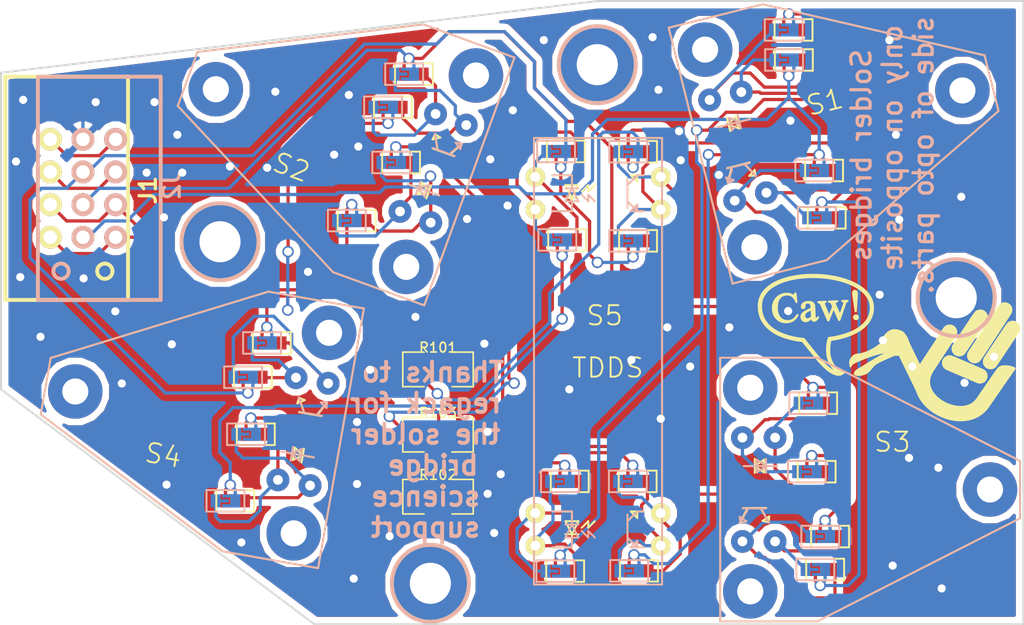
<source format=kicad_pcb>
(kicad_pcb (version 4) (host pcbnew 0.201411121246+5261~19~ubuntu14.04.1-product)
  (layers (0 F.Cu signal) (31 B.Cu signal) (34 B.Paste user) (35 F.Paste user) (36 B.SilkS user) (37 F.SilkS user) (38 B.Mask user) (39 F.Mask user) (44 Edge.Cuts user))
  (net 0 "")
  (net 1 /COL4)
  (net 2 /COL5)
  (net 3 /D4)
  (net 4 /D5)
  (net 5 /ROW0)
  (net 6 /ROW1)
  (net 7 /ROW2)
  (net 8 GND)
  (net 9 "Net-(R103-Pad1)")
  (net 10 "Net-(S1-Pad1)")
  (net 11 "Net-(S1-Pad2)")
  (net 12 "Net-(S1-Pad3)")
  (net 13 "Net-(S1-Pad4)")
  (net 14 "Net-(S2-Pad1)")
  (net 15 "Net-(S2-Pad2)")
  (net 16 "Net-(S2-Pad3)")
  (net 17 "Net-(S2-Pad4)")
  (net 18 "Net-(S3-Pad1)")
  (net 19 "Net-(S3-Pad2)")
  (net 20 "Net-(S3-Pad3)")
  (net 21 "Net-(S3-Pad4)")
  (net 22 "Net-(S4-Pad1)")
  (net 23 "Net-(S4-Pad2)")
  (net 24 "Net-(S4-Pad3)")
  (net 25 "Net-(S4-Pad4)")
  (net 26 "Net-(S5-Pad1)")
  (net 27 "Net-(S5-Pad2)")
  (net 28 "Net-(S5-Pad3)")
  (net 29 "Net-(S5-Pad4)")
  (net 30 "Net-(S5-Pad5)")
  (net 31 "Net-(S5-Pad6)")
  (net 32 "Net-(S5-Pad7)")
  (net 33 "Net-(S5-Pad8)")
  (net 34 "Net-(SB4-Pad1)")
  (net 35 "Net-(SB5-Pad1)")
  (net 36 "Net-(SB6-Pad1)")
  (module DodoHand:M3_Mounting_Hole (layer F.Cu) (at -29.39796 -9.30402)
    (fp_text reference M3_Mounting_Hole hide)
    (fp_text value VAL** hide)
    (pad "" thru_hole circle (at 0 0) (size 5.99948 5.99948) (drill 3.2004) (layers *.Cu))
  )
  (module DodoHand:M3_Mounting_Hole (layer F.Cu) (at 27.85364 -4.94792)
    (fp_text reference M3_Mounting_Hole hide)
    (fp_text value VAL** hide)
    (pad "" thru_hole circle (at 0 0) (size 5.99948 5.99948) (drill 3.2004) (layers *.Cu))
  )
  (module DodoHand:M3_Mounting_Hole (layer F.Cu) (at -13.04036 17.27962)
    (fp_text reference M3_Mounting_Hole hide)
    (fp_text value VAL** hide)
    (pad "" thru_hole circle (at 0 0) (size 5.99948 5.99948) (drill 3.2004) (layers *.Cu))
  )
  (module DodoHand:pth_8_hdr (layer F.Cu) (at -41.3258 -13.462 90)
    (fp_text reference J1 (at -0.1524 6.3246 90) (layer F.SilkS) (effects (font (size 1.27 1.27) (thickness 0.254))))
    (fp_text value 8PIN_CONN hide)
    (pad 2 thru_hole circle (at -3.81 -1.27 90) (size 1.778 1.778) (drill 1.0414) (layers *.Cu *.Mask F.SilkS) (net 2 /COL5))
    (pad 4 thru_hole circle (at -1.27 -1.27 90) (size 1.778 1.778) (drill 1.0414) (layers *.Cu *.Mask F.SilkS) (net 1 /COL4))
    (pad 8 thru_hole circle (at 3.81 -1.27 90) (size 1.778 1.778) (drill 1.0414) (layers *.Cu *.Mask F.SilkS) (net 4 /D5))
    (pad 6 thru_hole circle (at 1.27 -1.27 90) (size 1.778 1.778) (drill 1.0414) (layers *.Cu *.Mask F.SilkS) (net 3 /D4))
    (pad 5 thru_hole circle (at 1.27 1.27 90) (size 1.778 1.778) (drill 1.0414) (layers *.Cu *.Mask F.SilkS) (net 7 /ROW2))
    (pad 7 thru_hole circle (at 3.81 1.27 90) (size 1.778 1.778) (drill 1.0414) (layers *.Cu *.Mask F.SilkS) (net 8 GND))
    (pad 3 thru_hole circle (at -1.27 1.27 90) (size 1.778 1.778) (drill 1.0414) (layers *.Cu *.Mask F.SilkS) (net 6 /ROW1))
    (pad 1 thru_hole circle (at -3.81 1.27 90) (size 1.778 1.778) (drill 1.0414) (layers *.Cu *.Mask F.SilkS) (net 5 /ROW0))
  )
  (module DodoHand:pth_8_hdr (layer B.Cu) (at -38.7858 -13.462 90)
    (fp_text reference J2 (at 0.2032 5.6388 90) (layer B.SilkS) (effects (font (size 1.27 1.27) (thickness 0.254)) (justify mirror)))
    (fp_text value 8PIN_CONN hide)
    (pad 2 thru_hole circle (at -3.81 1.27 90) (size 1.778 1.778) (drill 1.0414) (layers *.Cu *.Mask B.SilkS) (net 2 /COL5))
    (pad 4 thru_hole circle (at -1.27 1.27 90) (size 1.778 1.778) (drill 1.0414) (layers *.Cu *.Mask B.SilkS) (net 1 /COL4))
    (pad 8 thru_hole circle (at 3.81 1.27 90) (size 1.778 1.778) (drill 1.0414) (layers *.Cu *.Mask B.SilkS) (net 4 /D5))
    (pad 6 thru_hole circle (at 1.27 1.27 90) (size 1.778 1.778) (drill 1.0414) (layers *.Cu *.Mask B.SilkS) (net 3 /D4))
    (pad 5 thru_hole circle (at 1.27 -1.27 90) (size 1.778 1.778) (drill 1.0414) (layers *.Cu *.Mask B.SilkS) (net 7 /ROW2))
    (pad 7 thru_hole circle (at 3.81 -1.27 90) (size 1.778 1.778) (drill 1.0414) (layers *.Cu *.Mask B.SilkS) (net 8 GND))
    (pad 3 thru_hole circle (at -1.27 -1.27 90) (size 1.778 1.778) (drill 1.0414) (layers *.Cu *.Mask B.SilkS) (net 6 /ROW1))
    (pad 1 thru_hole circle (at -3.81 -1.27 90) (size 1.778 1.778) (drill 1.0414) (layers *.Cu *.Mask B.SilkS) (net 5 /ROW0))
  )
  (module DodoHand:M3_Mounting_Hole (layer F.Cu) (at -0.06096 -23.08352)
    (fp_text reference M3_Mounting_Hole hide)
    (fp_text value VAL** hide)
    (pad "" thru_hole circle (at 0 0) (size 5.99948 5.99948) (drill 3.2004) (layers *.Cu))
  )
  (module DodoHand:DHLOGO (layer F.Cu) (at 22.6314 -1.0668)
    (fp_text reference G*** hide)
    (fp_text value DHLOGO hide)
  )
  (module DodoHand:2xSideSolderSwitch (layer F.Cu) (at -28.61818 1.23952)
    (fp_text reference SB24 hide)
    (fp_text value 2XSSB hide)
    (pad 1 smd rect (at 1.4605 0.381 180) (size 1.397 0.254) (layers B.Cu B.Paste B.Mask) (net 7 /ROW2))
    (pad 1 smd rect (at 1.4605 -0.381 180) (size 1.397 0.254) (layers B.Cu B.Paste B.Mask) (net 7 /ROW2))
    (pad 3 smd rect (at 0.5715 0 180) (size 1.397 0.254) (layers B.Cu B.Paste B.Mask) (net 25 "Net-(S4-Pad4)"))
    (pad 1 smd rect (at 1.778 0 180) (size 0.762 1.016) (layers B.Cu B.Paste B.Mask) (net 7 /ROW2))
    (pad 3 smd rect (at 0.254 0 180) (size 0.762 1.016) (layers B.Cu B.Paste B.Mask) (net 25 "Net-(S4-Pad4)"))
    (pad 1 smd rect (at 1.3335 0.381) (size 1.397 0.254) (layers F.Cu F.Paste F.Mask) (net 7 /ROW2))
    (pad 1 smd rect (at 1.3335 -0.381) (size 1.397 0.254) (layers F.Cu F.Paste F.Mask) (net 7 /ROW2))
    (pad 2 smd rect (at 2.2225 0) (size 1.397 0.254) (layers F.Cu F.Paste F.Mask) (net 24 "Net-(S4-Pad3)"))
    (pad 1 smd rect (at 1.016 0) (size 0.762 1.016) (layers F.Cu F.Paste F.Mask) (net 7 /ROW2))
    (pad 2 smd rect (at 2.54 0) (size 0.762 1.016) (layers F.Cu F.Paste F.Mask) (net 24 "Net-(S4-Pad3)"))
  )
  (module DodoHand:2xSideSolderSwitch (layer F.Cu) (at -16.09344 -22.34692)
    (fp_text reference SB23 hide)
    (fp_text value 2XSSB hide)
    (pad 1 smd rect (at 1.4605 0.381 180) (size 1.397 0.254) (layers B.Cu B.Paste B.Mask) (net 6 /ROW1))
    (pad 1 smd rect (at 1.4605 -0.381 180) (size 1.397 0.254) (layers B.Cu B.Paste B.Mask) (net 6 /ROW1))
    (pad 3 smd rect (at 0.5715 0 180) (size 1.397 0.254) (layers B.Cu B.Paste B.Mask) (net 17 "Net-(S2-Pad4)"))
    (pad 1 smd rect (at 1.778 0 180) (size 0.762 1.016) (layers B.Cu B.Paste B.Mask) (net 6 /ROW1))
    (pad 3 smd rect (at 0.254 0 180) (size 0.762 1.016) (layers B.Cu B.Paste B.Mask) (net 17 "Net-(S2-Pad4)"))
    (pad 1 smd rect (at 1.3335 0.381) (size 1.397 0.254) (layers F.Cu F.Paste F.Mask) (net 6 /ROW1))
    (pad 1 smd rect (at 1.3335 -0.381) (size 1.397 0.254) (layers F.Cu F.Paste F.Mask) (net 6 /ROW1))
    (pad 2 smd rect (at 2.2225 0) (size 1.397 0.254) (layers F.Cu F.Paste F.Mask) (net 16 "Net-(S2-Pad3)"))
    (pad 1 smd rect (at 1.016 0) (size 0.762 1.016) (layers F.Cu F.Paste F.Mask) (net 6 /ROW1))
    (pad 2 smd rect (at 2.54 0) (size 0.762 1.016) (layers F.Cu F.Paste F.Mask) (net 16 "Net-(S2-Pad3)"))
  )
  (module DodoHand:2xSideSolderSwitch (layer F.Cu) (at 1.40462 16.3068)
    (fp_text reference SB22 hide)
    (fp_text value 2XSSB hide)
    (pad 1 smd rect (at 1.4605 0.381 180) (size 1.397 0.254) (layers B.Cu B.Paste B.Mask) (net 5 /ROW0))
    (pad 1 smd rect (at 1.4605 -0.381 180) (size 1.397 0.254) (layers B.Cu B.Paste B.Mask) (net 5 /ROW0))
    (pad 3 smd rect (at 0.5715 0 180) (size 1.397 0.254) (layers B.Cu B.Paste B.Mask) (net 31 "Net-(S5-Pad6)"))
    (pad 1 smd rect (at 1.778 0 180) (size 0.762 1.016) (layers B.Cu B.Paste B.Mask) (net 5 /ROW0))
    (pad 3 smd rect (at 0.254 0 180) (size 0.762 1.016) (layers B.Cu B.Paste B.Mask) (net 31 "Net-(S5-Pad6)"))
    (pad 1 smd rect (at 1.3335 0.381) (size 1.397 0.254) (layers F.Cu F.Paste F.Mask) (net 5 /ROW0))
    (pad 1 smd rect (at 1.3335 -0.381) (size 1.397 0.254) (layers F.Cu F.Paste F.Mask) (net 5 /ROW0))
    (pad 2 smd rect (at 2.2225 0) (size 1.397 0.254) (layers F.Cu F.Paste F.Mask) (net 30 "Net-(S5-Pad5)"))
    (pad 1 smd rect (at 1.016 0) (size 0.762 1.016) (layers F.Cu F.Paste F.Mask) (net 5 /ROW0))
    (pad 2 smd rect (at 2.54 0) (size 0.762 1.016) (layers F.Cu F.Paste F.Mask) (net 30 "Net-(S5-Pad5)"))
  )
  (module DodoHand:2xSideSolderSwitch (layer F.Cu) (at 1.33096 -9.3726)
    (fp_text reference SB21 hide)
    (fp_text value 2XSSB hide)
    (pad 1 smd rect (at 1.4605 0.381 180) (size 1.397 0.254) (layers B.Cu B.Paste B.Mask) (net 7 /ROW2))
    (pad 1 smd rect (at 1.4605 -0.381 180) (size 1.397 0.254) (layers B.Cu B.Paste B.Mask) (net 7 /ROW2))
    (pad 3 smd rect (at 0.5715 0 180) (size 1.397 0.254) (layers B.Cu B.Paste B.Mask) (net 33 "Net-(S5-Pad8)"))
    (pad 1 smd rect (at 1.778 0 180) (size 0.762 1.016) (layers B.Cu B.Paste B.Mask) (net 7 /ROW2))
    (pad 3 smd rect (at 0.254 0 180) (size 0.762 1.016) (layers B.Cu B.Paste B.Mask) (net 33 "Net-(S5-Pad8)"))
    (pad 1 smd rect (at 1.3335 0.381) (size 1.397 0.254) (layers F.Cu F.Paste F.Mask) (net 7 /ROW2))
    (pad 1 smd rect (at 1.3335 -0.381) (size 1.397 0.254) (layers F.Cu F.Paste F.Mask) (net 7 /ROW2))
    (pad 2 smd rect (at 2.2225 0) (size 1.397 0.254) (layers F.Cu F.Paste F.Mask) (net 32 "Net-(S5-Pad7)"))
    (pad 1 smd rect (at 1.016 0) (size 0.762 1.016) (layers F.Cu F.Paste F.Mask) (net 7 /ROW2))
    (pad 2 smd rect (at 2.54 0) (size 0.762 1.016) (layers F.Cu F.Paste F.Mask) (net 32 "Net-(S5-Pad7)"))
  )
  (module DodoHand:2xSideSolderSwitch (layer F.Cu) (at 16.26362 13.6398)
    (fp_text reference SB20 hide)
    (fp_text value 2XSSB hide)
    (pad 1 smd rect (at 1.4605 0.381 180) (size 1.397 0.254) (layers B.Cu B.Paste B.Mask) (net 6 /ROW1))
    (pad 1 smd rect (at 1.4605 -0.381 180) (size 1.397 0.254) (layers B.Cu B.Paste B.Mask) (net 6 /ROW1))
    (pad 3 smd rect (at 0.5715 0 180) (size 1.397 0.254) (layers B.Cu B.Paste B.Mask) (net 21 "Net-(S3-Pad4)"))
    (pad 1 smd rect (at 1.778 0 180) (size 0.762 1.016) (layers B.Cu B.Paste B.Mask) (net 6 /ROW1))
    (pad 3 smd rect (at 0.254 0 180) (size 0.762 1.016) (layers B.Cu B.Paste B.Mask) (net 21 "Net-(S3-Pad4)"))
    (pad 1 smd rect (at 1.3335 0.381) (size 1.397 0.254) (layers F.Cu F.Paste F.Mask) (net 6 /ROW1))
    (pad 1 smd rect (at 1.3335 -0.381) (size 1.397 0.254) (layers F.Cu F.Paste F.Mask) (net 6 /ROW1))
    (pad 2 smd rect (at 2.2225 0) (size 1.397 0.254) (layers F.Cu F.Paste F.Mask) (net 20 "Net-(S3-Pad3)"))
    (pad 1 smd rect (at 1.016 0) (size 0.762 1.016) (layers F.Cu F.Paste F.Mask) (net 6 /ROW1))
    (pad 2 smd rect (at 2.54 0) (size 0.762 1.016) (layers F.Cu F.Paste F.Mask) (net 20 "Net-(S3-Pad3)"))
  )
  (module DodoHand:2xSideSolderSwitch (layer F.Cu) (at 15.7988 -14.84884)
    (fp_text reference SB19 hide)
    (fp_text value 2XSSB hide)
    (pad 1 smd rect (at 1.4605 0.381 180) (size 1.397 0.254) (layers B.Cu B.Paste B.Mask) (net 5 /ROW0))
    (pad 1 smd rect (at 1.4605 -0.381 180) (size 1.397 0.254) (layers B.Cu B.Paste B.Mask) (net 5 /ROW0))
    (pad 3 smd rect (at 0.5715 0 180) (size 1.397 0.254) (layers B.Cu B.Paste B.Mask) (net 13 "Net-(S1-Pad4)"))
    (pad 1 smd rect (at 1.778 0 180) (size 0.762 1.016) (layers B.Cu B.Paste B.Mask) (net 5 /ROW0))
    (pad 3 smd rect (at 0.254 0 180) (size 0.762 1.016) (layers B.Cu B.Paste B.Mask) (net 13 "Net-(S1-Pad4)"))
    (pad 1 smd rect (at 1.3335 0.381) (size 1.397 0.254) (layers F.Cu F.Paste F.Mask) (net 5 /ROW0))
    (pad 1 smd rect (at 1.3335 -0.381) (size 1.397 0.254) (layers F.Cu F.Paste F.Mask) (net 5 /ROW0))
    (pad 2 smd rect (at 2.2225 0) (size 1.397 0.254) (layers F.Cu F.Paste F.Mask) (net 12 "Net-(S1-Pad3)"))
    (pad 1 smd rect (at 1.016 0) (size 0.762 1.016) (layers F.Cu F.Paste F.Mask) (net 5 /ROW0))
    (pad 2 smd rect (at 2.54 0) (size 0.762 1.016) (layers F.Cu F.Paste F.Mask) (net 12 "Net-(S1-Pad3)"))
  )
  (module DodoHand:2xSideSolderSwitch (layer F.Cu) (at -27.14498 -1.42748)
    (fp_text reference SB18 hide)
    (fp_text value 2XSSB hide)
    (pad 1 smd rect (at 1.4605 0.381 180) (size 1.397 0.254) (layers B.Cu B.Paste B.Mask) (net 2 /COL5))
    (pad 1 smd rect (at 1.4605 -0.381 180) (size 1.397 0.254) (layers B.Cu B.Paste B.Mask) (net 2 /COL5))
    (pad 3 smd rect (at 0.5715 0 180) (size 1.397 0.254) (layers B.Cu B.Paste B.Mask) (net 24 "Net-(S4-Pad3)"))
    (pad 1 smd rect (at 1.778 0 180) (size 0.762 1.016) (layers B.Cu B.Paste B.Mask) (net 2 /COL5))
    (pad 3 smd rect (at 0.254 0 180) (size 0.762 1.016) (layers B.Cu B.Paste B.Mask) (net 24 "Net-(S4-Pad3)"))
    (pad 1 smd rect (at 1.3335 0.381) (size 1.397 0.254) (layers F.Cu F.Paste F.Mask) (net 2 /COL5))
    (pad 1 smd rect (at 1.3335 -0.381) (size 1.397 0.254) (layers F.Cu F.Paste F.Mask) (net 2 /COL5))
    (pad 2 smd rect (at 2.2225 0) (size 1.397 0.254) (layers F.Cu F.Paste F.Mask) (net 25 "Net-(S4-Pad4)"))
    (pad 1 smd rect (at 1.016 0) (size 0.762 1.016) (layers F.Cu F.Paste F.Mask) (net 2 /COL5))
    (pad 2 smd rect (at 2.54 0) (size 0.762 1.016) (layers F.Cu F.Paste F.Mask) (net 25 "Net-(S4-Pad4)"))
  )
  (module DodoHand:2xSideSolderSwitch (layer F.Cu) (at -17.73174 -19.76628)
    (fp_text reference SB17 hide)
    (fp_text value 2XSSB hide)
    (pad 1 smd rect (at 1.4605 0.381 180) (size 1.397 0.254) (layers B.Cu B.Paste B.Mask) (net 2 /COL5))
    (pad 1 smd rect (at 1.4605 -0.381 180) (size 1.397 0.254) (layers B.Cu B.Paste B.Mask) (net 2 /COL5))
    (pad 3 smd rect (at 0.5715 0 180) (size 1.397 0.254) (layers B.Cu B.Paste B.Mask) (net 16 "Net-(S2-Pad3)"))
    (pad 1 smd rect (at 1.778 0 180) (size 0.762 1.016) (layers B.Cu B.Paste B.Mask) (net 2 /COL5))
    (pad 3 smd rect (at 0.254 0 180) (size 0.762 1.016) (layers B.Cu B.Paste B.Mask) (net 16 "Net-(S2-Pad3)"))
    (pad 1 smd rect (at 1.3335 0.381) (size 1.397 0.254) (layers F.Cu F.Paste F.Mask) (net 2 /COL5))
    (pad 1 smd rect (at 1.3335 -0.381) (size 1.397 0.254) (layers F.Cu F.Paste F.Mask) (net 2 /COL5))
    (pad 2 smd rect (at 2.2225 0) (size 1.397 0.254) (layers F.Cu F.Paste F.Mask) (net 17 "Net-(S2-Pad4)"))
    (pad 1 smd rect (at 1.016 0) (size 0.762 1.016) (layers F.Cu F.Paste F.Mask) (net 2 /COL5))
    (pad 2 smd rect (at 2.54 0) (size 0.762 1.016) (layers F.Cu F.Paste F.Mask) (net 17 "Net-(S2-Pad4)"))
  )
  (module DodoHand:2xSideSolderSwitch (layer F.Cu) (at 1.30302 9.3472)
    (fp_text reference SB16 hide)
    (fp_text value 2XSSB hide)
    (pad 1 smd rect (at 1.4605 0.381 180) (size 1.397 0.254) (layers B.Cu B.Paste B.Mask) (net 2 /COL5))
    (pad 1 smd rect (at 1.4605 -0.381 180) (size 1.397 0.254) (layers B.Cu B.Paste B.Mask) (net 2 /COL5))
    (pad 3 smd rect (at 0.5715 0 180) (size 1.397 0.254) (layers B.Cu B.Paste B.Mask) (net 30 "Net-(S5-Pad5)"))
    (pad 1 smd rect (at 1.778 0 180) (size 0.762 1.016) (layers B.Cu B.Paste B.Mask) (net 2 /COL5))
    (pad 3 smd rect (at 0.254 0 180) (size 0.762 1.016) (layers B.Cu B.Paste B.Mask) (net 30 "Net-(S5-Pad5)"))
    (pad 1 smd rect (at 1.3335 0.381) (size 1.397 0.254) (layers F.Cu F.Paste F.Mask) (net 2 /COL5))
    (pad 1 smd rect (at 1.3335 -0.381) (size 1.397 0.254) (layers F.Cu F.Paste F.Mask) (net 2 /COL5))
    (pad 2 smd rect (at 2.2225 0) (size 1.397 0.254) (layers F.Cu F.Paste F.Mask) (net 31 "Net-(S5-Pad6)"))
    (pad 1 smd rect (at 1.016 0) (size 0.762 1.016) (layers F.Cu F.Paste F.Mask) (net 2 /COL5))
    (pad 2 smd rect (at 2.54 0) (size 0.762 1.016) (layers F.Cu F.Paste F.Mask) (net 31 "Net-(S5-Pad6)"))
  )
  (module DodoHand:2xSideSolderSwitch (layer F.Cu) (at 1.33096 -16.3068)
    (fp_text reference SB15 hide)
    (fp_text value 2XSSB hide)
    (pad 1 smd rect (at 1.4605 0.381 180) (size 1.397 0.254) (layers B.Cu B.Paste B.Mask) (net 1 /COL4))
    (pad 1 smd rect (at 1.4605 -0.381 180) (size 1.397 0.254) (layers B.Cu B.Paste B.Mask) (net 1 /COL4))
    (pad 3 smd rect (at 0.5715 0 180) (size 1.397 0.254) (layers B.Cu B.Paste B.Mask) (net 32 "Net-(S5-Pad7)"))
    (pad 1 smd rect (at 1.778 0 180) (size 0.762 1.016) (layers B.Cu B.Paste B.Mask) (net 1 /COL4))
    (pad 3 smd rect (at 0.254 0 180) (size 0.762 1.016) (layers B.Cu B.Paste B.Mask) (net 32 "Net-(S5-Pad7)"))
    (pad 1 smd rect (at 1.3335 0.381) (size 1.397 0.254) (layers F.Cu F.Paste F.Mask) (net 1 /COL4))
    (pad 1 smd rect (at 1.3335 -0.381) (size 1.397 0.254) (layers F.Cu F.Paste F.Mask) (net 1 /COL4))
    (pad 2 smd rect (at 2.2225 0) (size 1.397 0.254) (layers F.Cu F.Paste F.Mask) (net 33 "Net-(S5-Pad8)"))
    (pad 1 smd rect (at 1.016 0) (size 0.762 1.016) (layers F.Cu F.Paste F.Mask) (net 1 /COL4))
    (pad 2 smd rect (at 2.54 0) (size 0.762 1.016) (layers F.Cu F.Paste F.Mask) (net 33 "Net-(S5-Pad8)"))
  )
  (module DodoHand:2xSideSolderSwitch (layer F.Cu) (at 15.88262 16.2052)
    (fp_text reference SB14 hide)
    (fp_text value 2XSSB hide)
    (pad 1 smd rect (at 1.4605 0.381 180) (size 1.397 0.254) (layers B.Cu B.Paste B.Mask) (net 1 /COL4))
    (pad 1 smd rect (at 1.4605 -0.381 180) (size 1.397 0.254) (layers B.Cu B.Paste B.Mask) (net 1 /COL4))
    (pad 3 smd rect (at 0.5715 0 180) (size 1.397 0.254) (layers B.Cu B.Paste B.Mask) (net 20 "Net-(S3-Pad3)"))
    (pad 1 smd rect (at 1.778 0 180) (size 0.762 1.016) (layers B.Cu B.Paste B.Mask) (net 1 /COL4))
    (pad 3 smd rect (at 0.254 0 180) (size 0.762 1.016) (layers B.Cu B.Paste B.Mask) (net 20 "Net-(S3-Pad3)"))
    (pad 1 smd rect (at 1.3335 0.381) (size 1.397 0.254) (layers F.Cu F.Paste F.Mask) (net 1 /COL4))
    (pad 1 smd rect (at 1.3335 -0.381) (size 1.397 0.254) (layers F.Cu F.Paste F.Mask) (net 1 /COL4))
    (pad 2 smd rect (at 2.2225 0) (size 1.397 0.254) (layers F.Cu F.Paste F.Mask) (net 21 "Net-(S3-Pad4)"))
    (pad 1 smd rect (at 1.016 0) (size 0.762 1.016) (layers F.Cu F.Paste F.Mask) (net 1 /COL4))
    (pad 2 smd rect (at 2.54 0) (size 0.762 1.016) (layers F.Cu F.Paste F.Mask) (net 21 "Net-(S3-Pad4)"))
  )
  (module DodoHand:2xSideSolderSwitch (layer F.Cu) (at 16.002 -11.16584)
    (fp_text reference SB13 hide)
    (fp_text value 2XSSB hide)
    (pad 1 smd rect (at 1.4605 0.381 180) (size 1.397 0.254) (layers B.Cu B.Paste B.Mask) (net 1 /COL4))
    (pad 1 smd rect (at 1.4605 -0.381 180) (size 1.397 0.254) (layers B.Cu B.Paste B.Mask) (net 1 /COL4))
    (pad 3 smd rect (at 0.5715 0 180) (size 1.397 0.254) (layers B.Cu B.Paste B.Mask) (net 12 "Net-(S1-Pad3)"))
    (pad 1 smd rect (at 1.778 0 180) (size 0.762 1.016) (layers B.Cu B.Paste B.Mask) (net 1 /COL4))
    (pad 3 smd rect (at 0.254 0 180) (size 0.762 1.016) (layers B.Cu B.Paste B.Mask) (net 12 "Net-(S1-Pad3)"))
    (pad 1 smd rect (at 1.3335 0.381) (size 1.397 0.254) (layers F.Cu F.Paste F.Mask) (net 1 /COL4))
    (pad 1 smd rect (at 1.3335 -0.381) (size 1.397 0.254) (layers F.Cu F.Paste F.Mask) (net 1 /COL4))
    (pad 2 smd rect (at 2.2225 0) (size 1.397 0.254) (layers F.Cu F.Paste F.Mask) (net 13 "Net-(S1-Pad4)"))
    (pad 1 smd rect (at 1.016 0) (size 0.762 1.016) (layers F.Cu F.Paste F.Mask) (net 1 /COL4))
    (pad 2 smd rect (at 2.54 0) (size 0.762 1.016) (layers F.Cu F.Paste F.Mask) (net 13 "Net-(S1-Pad4)"))
  )
  (module DodoHand:2xSideSolderSwitch (layer F.Cu) (at -28.38958 5.67944)
    (fp_text reference SB12 hide)
    (fp_text value 2XSSB hide)
    (pad 1 smd rect (at 1.4605 0.381 180) (size 1.397 0.254) (layers B.Cu B.Paste B.Mask) (net 9 "Net-(R103-Pad1)"))
    (pad 1 smd rect (at 1.4605 -0.381 180) (size 1.397 0.254) (layers B.Cu B.Paste B.Mask) (net 9 "Net-(R103-Pad1)"))
    (pad 3 smd rect (at 0.5715 0 180) (size 1.397 0.254) (layers B.Cu B.Paste B.Mask) (net 23 "Net-(S4-Pad2)"))
    (pad 1 smd rect (at 1.778 0 180) (size 0.762 1.016) (layers B.Cu B.Paste B.Mask) (net 9 "Net-(R103-Pad1)"))
    (pad 3 smd rect (at 0.254 0 180) (size 0.762 1.016) (layers B.Cu B.Paste B.Mask) (net 23 "Net-(S4-Pad2)"))
    (pad 1 smd rect (at 1.3335 0.381) (size 1.397 0.254) (layers F.Cu F.Paste F.Mask) (net 9 "Net-(R103-Pad1)"))
    (pad 1 smd rect (at 1.3335 -0.381) (size 1.397 0.254) (layers F.Cu F.Paste F.Mask) (net 9 "Net-(R103-Pad1)"))
    (pad 2 smd rect (at 2.2225 0) (size 1.397 0.254) (layers F.Cu F.Paste F.Mask) (net 22 "Net-(S4-Pad1)"))
    (pad 1 smd rect (at 1.016 0) (size 0.762 1.016) (layers F.Cu F.Paste F.Mask) (net 9 "Net-(R103-Pad1)"))
    (pad 2 smd rect (at 2.54 0) (size 0.762 1.016) (layers F.Cu F.Paste F.Mask) (net 22 "Net-(S4-Pad1)"))
  )
  (module DodoHand:2xSideSolderSwitch (layer F.Cu) (at -17.09674 -15.47368)
    (fp_text reference SB11 hide)
    (fp_text value 2XSSB hide)
    (pad 1 smd rect (at 1.4605 0.381 180) (size 1.397 0.254) (layers B.Cu B.Paste B.Mask) (net 9 "Net-(R103-Pad1)"))
    (pad 1 smd rect (at 1.4605 -0.381 180) (size 1.397 0.254) (layers B.Cu B.Paste B.Mask) (net 9 "Net-(R103-Pad1)"))
    (pad 3 smd rect (at 0.5715 0 180) (size 1.397 0.254) (layers B.Cu B.Paste B.Mask) (net 15 "Net-(S2-Pad2)"))
    (pad 1 smd rect (at 1.778 0 180) (size 0.762 1.016) (layers B.Cu B.Paste B.Mask) (net 9 "Net-(R103-Pad1)"))
    (pad 3 smd rect (at 0.254 0 180) (size 0.762 1.016) (layers B.Cu B.Paste B.Mask) (net 15 "Net-(S2-Pad2)"))
    (pad 1 smd rect (at 1.3335 0.381) (size 1.397 0.254) (layers F.Cu F.Paste F.Mask) (net 9 "Net-(R103-Pad1)"))
    (pad 1 smd rect (at 1.3335 -0.381) (size 1.397 0.254) (layers F.Cu F.Paste F.Mask) (net 9 "Net-(R103-Pad1)"))
    (pad 2 smd rect (at 2.2225 0) (size 1.397 0.254) (layers F.Cu F.Paste F.Mask) (net 14 "Net-(S2-Pad1)"))
    (pad 1 smd rect (at 1.016 0) (size 0.762 1.016) (layers F.Cu F.Paste F.Mask) (net 9 "Net-(R103-Pad1)"))
    (pad 2 smd rect (at 2.54 0) (size 0.762 1.016) (layers F.Cu F.Paste F.Mask) (net 14 "Net-(S2-Pad1)"))
  )
  (module DodoHand:2xSideSolderSwitch (layer F.Cu) (at -3.98018 9.3472)
    (fp_text reference SB10 hide)
    (fp_text value 2XSSB hide)
    (pad 1 smd rect (at 1.4605 0.381 180) (size 1.397 0.254) (layers B.Cu B.Paste B.Mask) (net 9 "Net-(R103-Pad1)"))
    (pad 1 smd rect (at 1.4605 -0.381 180) (size 1.397 0.254) (layers B.Cu B.Paste B.Mask) (net 9 "Net-(R103-Pad1)"))
    (pad 3 smd rect (at 0.5715 0 180) (size 1.397 0.254) (layers B.Cu B.Paste B.Mask) (net 29 "Net-(S5-Pad4)"))
    (pad 1 smd rect (at 1.778 0 180) (size 0.762 1.016) (layers B.Cu B.Paste B.Mask) (net 9 "Net-(R103-Pad1)"))
    (pad 3 smd rect (at 0.254 0 180) (size 0.762 1.016) (layers B.Cu B.Paste B.Mask) (net 29 "Net-(S5-Pad4)"))
    (pad 1 smd rect (at 1.3335 0.381) (size 1.397 0.254) (layers F.Cu F.Paste F.Mask) (net 9 "Net-(R103-Pad1)"))
    (pad 1 smd rect (at 1.3335 -0.381) (size 1.397 0.254) (layers F.Cu F.Paste F.Mask) (net 9 "Net-(R103-Pad1)"))
    (pad 2 smd rect (at 2.2225 0) (size 1.397 0.254) (layers F.Cu F.Paste F.Mask) (net 28 "Net-(S5-Pad3)"))
    (pad 1 smd rect (at 1.016 0) (size 0.762 1.016) (layers F.Cu F.Paste F.Mask) (net 9 "Net-(R103-Pad1)"))
    (pad 2 smd rect (at 2.54 0) (size 0.762 1.016) (layers F.Cu F.Paste F.Mask) (net 28 "Net-(S5-Pad3)"))
  )
  (module DodoHand:2xSideSolderSwitch (layer F.Cu) (at -4.18084 -9.4488)
    (fp_text reference SB9 hide)
    (fp_text value 2XSSB hide)
    (pad 1 smd rect (at 1.4605 0.381 180) (size 1.397 0.254) (layers B.Cu B.Paste B.Mask) (net 36 "Net-(SB6-Pad1)"))
    (pad 1 smd rect (at 1.4605 -0.381 180) (size 1.397 0.254) (layers B.Cu B.Paste B.Mask) (net 36 "Net-(SB6-Pad1)"))
    (pad 3 smd rect (at 0.5715 0 180) (size 1.397 0.254) (layers B.Cu B.Paste B.Mask) (net 27 "Net-(S5-Pad2)"))
    (pad 1 smd rect (at 1.778 0 180) (size 0.762 1.016) (layers B.Cu B.Paste B.Mask) (net 36 "Net-(SB6-Pad1)"))
    (pad 3 smd rect (at 0.254 0 180) (size 0.762 1.016) (layers B.Cu B.Paste B.Mask) (net 27 "Net-(S5-Pad2)"))
    (pad 1 smd rect (at 1.3335 0.381) (size 1.397 0.254) (layers F.Cu F.Paste F.Mask) (net 36 "Net-(SB6-Pad1)"))
    (pad 1 smd rect (at 1.3335 -0.381) (size 1.397 0.254) (layers F.Cu F.Paste F.Mask) (net 36 "Net-(SB6-Pad1)"))
    (pad 2 smd rect (at 2.2225 0) (size 1.397 0.254) (layers F.Cu F.Paste F.Mask) (net 26 "Net-(S5-Pad1)"))
    (pad 1 smd rect (at 1.016 0) (size 0.762 1.016) (layers F.Cu F.Paste F.Mask) (net 36 "Net-(SB6-Pad1)"))
    (pad 2 smd rect (at 2.54 0) (size 0.762 1.016) (layers F.Cu F.Paste F.Mask) (net 26 "Net-(S5-Pad1)"))
  )
  (module DodoHand:2xSideSolderSwitch (layer F.Cu) (at 15.22222 8.59282)
    (fp_text reference SB8 hide)
    (fp_text value 2XSSB hide)
    (pad 1 smd rect (at 1.4605 0.381 180) (size 1.397 0.254) (layers B.Cu B.Paste B.Mask) (net 35 "Net-(SB5-Pad1)"))
    (pad 1 smd rect (at 1.4605 -0.381 180) (size 1.397 0.254) (layers B.Cu B.Paste B.Mask) (net 35 "Net-(SB5-Pad1)"))
    (pad 3 smd rect (at 0.5715 0 180) (size 1.397 0.254) (layers B.Cu B.Paste B.Mask) (net 19 "Net-(S3-Pad2)"))
    (pad 1 smd rect (at 1.778 0 180) (size 0.762 1.016) (layers B.Cu B.Paste B.Mask) (net 35 "Net-(SB5-Pad1)"))
    (pad 3 smd rect (at 0.254 0 180) (size 0.762 1.016) (layers B.Cu B.Paste B.Mask) (net 19 "Net-(S3-Pad2)"))
    (pad 1 smd rect (at 1.3335 0.381) (size 1.397 0.254) (layers F.Cu F.Paste F.Mask) (net 35 "Net-(SB5-Pad1)"))
    (pad 1 smd rect (at 1.3335 -0.381) (size 1.397 0.254) (layers F.Cu F.Paste F.Mask) (net 35 "Net-(SB5-Pad1)"))
    (pad 2 smd rect (at 2.2225 0) (size 1.397 0.254) (layers F.Cu F.Paste F.Mask) (net 18 "Net-(S3-Pad1)"))
    (pad 1 smd rect (at 1.016 0) (size 0.762 1.016) (layers F.Cu F.Paste F.Mask) (net 35 "Net-(SB5-Pad1)"))
    (pad 2 smd rect (at 2.54 0) (size 0.762 1.016) (layers F.Cu F.Paste F.Mask) (net 18 "Net-(S3-Pad1)"))
  )
  (module DodoHand:2xSideSolderSwitch (layer F.Cu) (at 13.4239 -25.78608)
    (fp_text reference SB7 hide)
    (fp_text value 2XSSB hide)
    (pad 1 smd rect (at 1.4605 0.381 180) (size 1.397 0.254) (layers B.Cu B.Paste B.Mask) (net 34 "Net-(SB4-Pad1)"))
    (pad 1 smd rect (at 1.4605 -0.381 180) (size 1.397 0.254) (layers B.Cu B.Paste B.Mask) (net 34 "Net-(SB4-Pad1)"))
    (pad 3 smd rect (at 0.5715 0 180) (size 1.397 0.254) (layers B.Cu B.Paste B.Mask) (net 11 "Net-(S1-Pad2)"))
    (pad 1 smd rect (at 1.778 0 180) (size 0.762 1.016) (layers B.Cu B.Paste B.Mask) (net 34 "Net-(SB4-Pad1)"))
    (pad 3 smd rect (at 0.254 0 180) (size 0.762 1.016) (layers B.Cu B.Paste B.Mask) (net 11 "Net-(S1-Pad2)"))
    (pad 1 smd rect (at 1.3335 0.381) (size 1.397 0.254) (layers F.Cu F.Paste F.Mask) (net 34 "Net-(SB4-Pad1)"))
    (pad 1 smd rect (at 1.3335 -0.381) (size 1.397 0.254) (layers F.Cu F.Paste F.Mask) (net 34 "Net-(SB4-Pad1)"))
    (pad 2 smd rect (at 2.2225 0) (size 1.397 0.254) (layers F.Cu F.Paste F.Mask) (net 10 "Net-(S1-Pad1)"))
    (pad 1 smd rect (at 1.016 0) (size 0.762 1.016) (layers F.Cu F.Paste F.Mask) (net 34 "Net-(SB4-Pad1)"))
    (pad 2 smd rect (at 2.54 0) (size 0.762 1.016) (layers F.Cu F.Paste F.Mask) (net 10 "Net-(S1-Pad1)"))
  )
  (module DodoHand:2xSideSolderSwitch (layer F.Cu) (at -29.98978 10.86104)
    (fp_text reference SB6 hide)
    (fp_text value 2XSSB hide)
    (pad 1 smd rect (at 1.4605 0.381 180) (size 1.397 0.254) (layers B.Cu B.Paste B.Mask) (net 36 "Net-(SB6-Pad1)"))
    (pad 1 smd rect (at 1.4605 -0.381 180) (size 1.397 0.254) (layers B.Cu B.Paste B.Mask) (net 36 "Net-(SB6-Pad1)"))
    (pad 3 smd rect (at 0.5715 0 180) (size 1.397 0.254) (layers B.Cu B.Paste B.Mask) (net 22 "Net-(S4-Pad1)"))
    (pad 1 smd rect (at 1.778 0 180) (size 0.762 1.016) (layers B.Cu B.Paste B.Mask) (net 36 "Net-(SB6-Pad1)"))
    (pad 3 smd rect (at 0.254 0 180) (size 0.762 1.016) (layers B.Cu B.Paste B.Mask) (net 22 "Net-(S4-Pad1)"))
    (pad 1 smd rect (at 1.3335 0.381) (size 1.397 0.254) (layers F.Cu F.Paste F.Mask) (net 36 "Net-(SB6-Pad1)"))
    (pad 1 smd rect (at 1.3335 -0.381) (size 1.397 0.254) (layers F.Cu F.Paste F.Mask) (net 36 "Net-(SB6-Pad1)"))
    (pad 2 smd rect (at 2.2225 0) (size 1.397 0.254) (layers F.Cu F.Paste F.Mask) (net 23 "Net-(S4-Pad2)"))
    (pad 1 smd rect (at 1.016 0) (size 0.762 1.016) (layers F.Cu F.Paste F.Mask) (net 36 "Net-(SB6-Pad1)"))
    (pad 2 smd rect (at 2.54 0) (size 0.762 1.016) (layers F.Cu F.Paste F.Mask) (net 23 "Net-(S4-Pad2)"))
  )
  (module DodoHand:2xSideSolderSwitch (layer F.Cu) (at -20.55114 -10.95248)
    (fp_text reference SB5 hide)
    (fp_text value 2XSSB hide)
    (pad 1 smd rect (at 1.4605 0.381 180) (size 1.397 0.254) (layers B.Cu B.Paste B.Mask) (net 35 "Net-(SB5-Pad1)"))
    (pad 1 smd rect (at 1.4605 -0.381 180) (size 1.397 0.254) (layers B.Cu B.Paste B.Mask) (net 35 "Net-(SB5-Pad1)"))
    (pad 3 smd rect (at 0.5715 0 180) (size 1.397 0.254) (layers B.Cu B.Paste B.Mask) (net 14 "Net-(S2-Pad1)"))
    (pad 1 smd rect (at 1.778 0 180) (size 0.762 1.016) (layers B.Cu B.Paste B.Mask) (net 35 "Net-(SB5-Pad1)"))
    (pad 3 smd rect (at 0.254 0 180) (size 0.762 1.016) (layers B.Cu B.Paste B.Mask) (net 14 "Net-(S2-Pad1)"))
    (pad 1 smd rect (at 1.3335 0.381) (size 1.397 0.254) (layers F.Cu F.Paste F.Mask) (net 35 "Net-(SB5-Pad1)"))
    (pad 1 smd rect (at 1.3335 -0.381) (size 1.397 0.254) (layers F.Cu F.Paste F.Mask) (net 35 "Net-(SB5-Pad1)"))
    (pad 2 smd rect (at 2.2225 0) (size 1.397 0.254) (layers F.Cu F.Paste F.Mask) (net 15 "Net-(S2-Pad2)"))
    (pad 1 smd rect (at 1.016 0) (size 0.762 1.016) (layers F.Cu F.Paste F.Mask) (net 35 "Net-(SB5-Pad1)"))
    (pad 2 smd rect (at 2.54 0) (size 0.762 1.016) (layers F.Cu F.Paste F.Mask) (net 15 "Net-(S2-Pad2)"))
  )
  (module DodoHand:2xSideSolderSwitch (layer F.Cu) (at -4.33578 16.3322)
    (fp_text reference SB4 hide)
    (fp_text value 2XSSB hide)
    (pad 1 smd rect (at 1.4605 0.381 180) (size 1.397 0.254) (layers B.Cu B.Paste B.Mask) (net 34 "Net-(SB4-Pad1)"))
    (pad 1 smd rect (at 1.4605 -0.381 180) (size 1.397 0.254) (layers B.Cu B.Paste B.Mask) (net 34 "Net-(SB4-Pad1)"))
    (pad 3 smd rect (at 0.5715 0 180) (size 1.397 0.254) (layers B.Cu B.Paste B.Mask) (net 28 "Net-(S5-Pad3)"))
    (pad 1 smd rect (at 1.778 0 180) (size 0.762 1.016) (layers B.Cu B.Paste B.Mask) (net 34 "Net-(SB4-Pad1)"))
    (pad 3 smd rect (at 0.254 0 180) (size 0.762 1.016) (layers B.Cu B.Paste B.Mask) (net 28 "Net-(S5-Pad3)"))
    (pad 1 smd rect (at 1.3335 0.381) (size 1.397 0.254) (layers F.Cu F.Paste F.Mask) (net 34 "Net-(SB4-Pad1)"))
    (pad 1 smd rect (at 1.3335 -0.381) (size 1.397 0.254) (layers F.Cu F.Paste F.Mask) (net 34 "Net-(SB4-Pad1)"))
    (pad 2 smd rect (at 2.2225 0) (size 1.397 0.254) (layers F.Cu F.Paste F.Mask) (net 29 "Net-(S5-Pad4)"))
    (pad 1 smd rect (at 1.016 0) (size 0.762 1.016) (layers F.Cu F.Paste F.Mask) (net 34 "Net-(SB4-Pad1)"))
    (pad 2 smd rect (at 2.54 0) (size 0.762 1.016) (layers F.Cu F.Paste F.Mask) (net 29 "Net-(S5-Pad4)"))
  )
  (module DodoHand:2xSideSolderSwitch (layer F.Cu) (at -4.28244 -16.3322)
    (fp_text reference SB3 hide)
    (fp_text value 2XSSB hide)
    (pad 1 smd rect (at 1.4605 0.381 180) (size 1.397 0.254) (layers B.Cu B.Paste B.Mask) (net 7 /ROW2))
    (pad 1 smd rect (at 1.4605 -0.381 180) (size 1.397 0.254) (layers B.Cu B.Paste B.Mask) (net 7 /ROW2))
    (pad 3 smd rect (at 0.5715 0 180) (size 1.397 0.254) (layers B.Cu B.Paste B.Mask) (net 26 "Net-(S5-Pad1)"))
    (pad 1 smd rect (at 1.778 0 180) (size 0.762 1.016) (layers B.Cu B.Paste B.Mask) (net 7 /ROW2))
    (pad 3 smd rect (at 0.254 0 180) (size 0.762 1.016) (layers B.Cu B.Paste B.Mask) (net 26 "Net-(S5-Pad1)"))
    (pad 1 smd rect (at 1.3335 0.381) (size 1.397 0.254) (layers F.Cu F.Paste F.Mask) (net 7 /ROW2))
    (pad 1 smd rect (at 1.3335 -0.381) (size 1.397 0.254) (layers F.Cu F.Paste F.Mask) (net 7 /ROW2))
    (pad 2 smd rect (at 2.2225 0) (size 1.397 0.254) (layers F.Cu F.Paste F.Mask) (net 27 "Net-(S5-Pad2)"))
    (pad 1 smd rect (at 1.016 0) (size 0.762 1.016) (layers F.Cu F.Paste F.Mask) (net 7 /ROW2))
    (pad 2 smd rect (at 2.54 0) (size 0.762 1.016) (layers F.Cu F.Paste F.Mask) (net 27 "Net-(S5-Pad2)"))
  )
  (module DodoHand:2xSideSolderSwitch (layer F.Cu) (at 15.33652 3.25882)
    (fp_text reference SB2 hide)
    (fp_text value 2XSSB hide)
    (pad 1 smd rect (at 1.4605 0.381 180) (size 1.397 0.254) (layers B.Cu B.Paste B.Mask) (net 6 /ROW1))
    (pad 1 smd rect (at 1.4605 -0.381 180) (size 1.397 0.254) (layers B.Cu B.Paste B.Mask) (net 6 /ROW1))
    (pad 3 smd rect (at 0.5715 0 180) (size 1.397 0.254) (layers B.Cu B.Paste B.Mask) (net 18 "Net-(S3-Pad1)"))
    (pad 1 smd rect (at 1.778 0 180) (size 0.762 1.016) (layers B.Cu B.Paste B.Mask) (net 6 /ROW1))
    (pad 3 smd rect (at 0.254 0 180) (size 0.762 1.016) (layers B.Cu B.Paste B.Mask) (net 18 "Net-(S3-Pad1)"))
    (pad 1 smd rect (at 1.3335 0.381) (size 1.397 0.254) (layers F.Cu F.Paste F.Mask) (net 6 /ROW1))
    (pad 1 smd rect (at 1.3335 -0.381) (size 1.397 0.254) (layers F.Cu F.Paste F.Mask) (net 6 /ROW1))
    (pad 2 smd rect (at 2.2225 0) (size 1.397 0.254) (layers F.Cu F.Paste F.Mask) (net 19 "Net-(S3-Pad2)"))
    (pad 1 smd rect (at 1.016 0) (size 0.762 1.016) (layers F.Cu F.Paste F.Mask) (net 6 /ROW1))
    (pad 2 smd rect (at 2.54 0) (size 0.762 1.016) (layers F.Cu F.Paste F.Mask) (net 19 "Net-(S3-Pad2)"))
  )
  (module DodoHand:2xSideSolderSwitch (layer F.Cu) (at 13.4493 -23.44928)
    (fp_text reference SB1 hide)
    (fp_text value 2XSSB hide)
    (pad 1 smd rect (at 1.4605 0.381 180) (size 1.397 0.254) (layers B.Cu B.Paste B.Mask) (net 5 /ROW0))
    (pad 1 smd rect (at 1.4605 -0.381 180) (size 1.397 0.254) (layers B.Cu B.Paste B.Mask) (net 5 /ROW0))
    (pad 3 smd rect (at 0.5715 0 180) (size 1.397 0.254) (layers B.Cu B.Paste B.Mask) (net 10 "Net-(S1-Pad1)"))
    (pad 1 smd rect (at 1.778 0 180) (size 0.762 1.016) (layers B.Cu B.Paste B.Mask) (net 5 /ROW0))
    (pad 3 smd rect (at 0.254 0 180) (size 0.762 1.016) (layers B.Cu B.Paste B.Mask) (net 10 "Net-(S1-Pad1)"))
    (pad 1 smd rect (at 1.3335 0.381) (size 1.397 0.254) (layers F.Cu F.Paste F.Mask) (net 5 /ROW0))
    (pad 1 smd rect (at 1.3335 -0.381) (size 1.397 0.254) (layers F.Cu F.Paste F.Mask) (net 5 /ROW0))
    (pad 2 smd rect (at 2.2225 0) (size 1.397 0.254) (layers F.Cu F.Paste F.Mask) (net 11 "Net-(S1-Pad2)"))
    (pad 1 smd rect (at 1.016 0) (size 0.762 1.016) (layers F.Cu F.Paste F.Mask) (net 5 /ROW0))
    (pad 2 smd rect (at 2.54 0) (size 0.762 1.016) (layers F.Cu F.Paste F.Mask) (net 11 "Net-(S1-Pad2)"))
  )
  (module DodoHand:ThumbSwitch (layer F.Cu) (at -19.9898 5.9944 170)
    (fp_text reference S4 hide)
    (fp_text value S4 (at 13.3858 -3.6957 170) (layer F.SilkS) (effects (font (size 1.5 1.5))))
    (pad 4 thru_hole circle (at 1.7272 4.0386 170) (size 1.778 1.778) (drill 0.762) (layers *.Cu *.Mask) (net 25 "Net-(S4-Pad4)"))
    (pad 3 thru_hole circle (at 4.2672 4.0386 170) (size 1.778 1.778) (drill 0.762) (layers *.Cu *.Mask) (net 24 "Net-(S4-Pad3)"))
    (pad 1 thru_hole circle (at 4.2672 -4.0386 170) (size 1.778 1.778) (drill 0.762) (layers *.Cu *.Mask) (net 22 "Net-(S4-Pad1)"))
    (pad "" thru_hole circle (at 2.3368 7.9248 170) (size 4.2418 4.2418) (drill 2.032) (layers *.Cu))
    (pad "" thru_hole circle (at 2.3368 -7.9248 170) (size 4.2418 4.2418) (drill 2.032) (layers *.Cu))
    (pad "" thru_hole circle (at 20.9804 0 170) (size 4.2418 4.2418) (drill 2.032) (layers *.Cu))
    (pad 2 thru_hole circle (at 1.7272 -4.0386 170) (size 1.778 1.778) (drill 0.762) (layers *.Cu *.Mask) (net 23 "Net-(S4-Pad2)"))
  )
  (module DodoHand:ThumbSwitch (layer F.Cu) (at 9.4996 9.9822)
    (fp_text reference S3 hide)
    (fp_text value S3 (at 13.3858 -3.6957) (layer F.SilkS) (effects (font (size 1.5 1.5))))
    (pad 4 thru_hole circle (at 1.7272 4.0386) (size 1.778 1.778) (drill 0.762) (layers *.Cu *.Mask) (net 21 "Net-(S3-Pad4)"))
    (pad 3 thru_hole circle (at 4.2672 4.0386) (size 1.778 1.778) (drill 0.762) (layers *.Cu *.Mask) (net 20 "Net-(S3-Pad3)"))
    (pad 1 thru_hole circle (at 4.2672 -4.0386) (size 1.778 1.778) (drill 0.762) (layers *.Cu *.Mask) (net 18 "Net-(S3-Pad1)"))
    (pad "" thru_hole circle (at 2.3368 7.9248) (size 4.2418 4.2418) (drill 2.032) (layers *.Cu))
    (pad "" thru_hole circle (at 2.3368 -7.9248) (size 4.2418 4.2418) (drill 2.032) (layers *.Cu))
    (pad "" thru_hole circle (at 20.9804 0) (size 4.2418 4.2418) (drill 2.032) (layers *.Cu))
    (pad 2 thru_hole circle (at 1.7272 -4.0386) (size 1.778 1.778) (drill 0.762) (layers *.Cu *.Mask) (net 19 "Net-(S3-Pad2)"))
  )
  (module DodoHand:ThumbSwitch (layer F.Cu) (at -10.0076 -13.9954 160)
    (fp_text reference S2 hide)
    (fp_text value S2 (at 13.3858 -3.6957 160) (layer F.SilkS) (effects (font (size 1.5 1.5))))
    (pad 4 thru_hole circle (at 1.7272 4.0386 160) (size 1.778 1.778) (drill 0.762) (layers *.Cu *.Mask) (net 17 "Net-(S2-Pad4)"))
    (pad 3 thru_hole circle (at 4.2672 4.0386 160) (size 1.778 1.778) (drill 0.762) (layers *.Cu *.Mask) (net 16 "Net-(S2-Pad3)"))
    (pad 1 thru_hole circle (at 4.2672 -4.0386 160) (size 1.778 1.778) (drill 0.762) (layers *.Cu *.Mask) (net 14 "Net-(S2-Pad1)"))
    (pad "" thru_hole circle (at 2.3368 7.9248 160) (size 4.2418 4.2418) (drill 2.032) (layers *.Cu))
    (pad "" thru_hole circle (at 2.3368 -7.9248 160) (size 4.2418 4.2418) (drill 2.032) (layers *.Cu))
    (pad "" thru_hole circle (at 20.9804 0 160) (size 4.2418 4.2418) (drill 2.032) (layers *.Cu))
    (pad 2 thru_hole circle (at 1.7272 -4.0386 160) (size 1.778 1.778) (drill 0.762) (layers *.Cu *.Mask) (net 15 "Net-(S2-Pad2)"))
  )
  (module DodoHand:ThumbSwitch (layer F.Cu) (at 7.9756 -16.002 14)
    (fp_text reference S1 hide)
    (fp_text value S1 (at 10.373044 -1.706834 14) (layer F.SilkS) (effects (font (size 1.5 1.5))))
    (pad 4 thru_hole circle (at 1.7272 4.0386 14) (size 1.778 1.778) (drill 0.762) (layers *.Cu *.Mask) (net 13 "Net-(S1-Pad4)"))
    (pad 3 thru_hole circle (at 4.2672 4.0386 14) (size 1.778 1.778) (drill 0.762) (layers *.Cu *.Mask) (net 12 "Net-(S1-Pad3)"))
    (pad 1 thru_hole circle (at 4.2672 -4.0386 14) (size 1.778 1.778) (drill 0.762) (layers *.Cu *.Mask) (net 10 "Net-(S1-Pad1)"))
    (pad "" thru_hole circle (at 2.3368 7.9248 14) (size 4.2418 4.2418) (drill 2.032) (layers *.Cu))
    (pad "" thru_hole circle (at 2.3368 -7.9248 14) (size 4.2418 4.2418) (drill 2.032) (layers *.Cu))
    (pad "" thru_hole circle (at 20.9804 0 14) (size 4.2418 4.2418) (drill 2.032) (layers *.Cu))
    (pad 2 thru_hole circle (at 1.7272 -4.0386 14) (size 1.778 1.778) (drill 0.762) (layers *.Cu *.Mask) (net 11 "Net-(S1-Pad2)"))
  )
  (module DodoHand_New:TDDS (layer F.Cu) (at 0 0)
    (fp_text reference S5 (at 0.508 -3.556) (layer F.SilkS) (effects (font (size 1.5 1.5))))
    (fp_text value TDDS (at 0.762 0.508) (layer F.SilkS) (effects (font (size 1.5 1.5))))
    (pad 3 thru_hole circle (at -4.8768 11.811) (size 1.524 1.524) (drill 0.762) (layers *.Cu *.Mask F.SilkS) (net 28 "Net-(S5-Pad3)"))
    (pad 4 thru_hole circle (at -4.8768 14.351) (size 1.524 1.524) (drill 0.762) (layers *.Cu *.Mask F.SilkS) (net 29 "Net-(S5-Pad4)"))
    (pad 6 thru_hole circle (at 4.8768 14.351) (size 1.524 1.524) (drill 0.762) (layers *.Cu *.Mask F.SilkS) (net 31 "Net-(S5-Pad6)"))
    (pad 5 thru_hole circle (at 4.8768 11.811) (size 1.524 1.524) (drill 0.762) (layers *.Cu *.Mask F.SilkS) (net 30 "Net-(S5-Pad5)"))
    (pad 7 thru_hole circle (at 4.8768 -14.351) (size 1.524 1.524) (drill 0.762) (layers *.Cu *.Mask F.SilkS) (net 32 "Net-(S5-Pad7)"))
    (pad 8 thru_hole circle (at 4.8768 -11.811) (size 1.524 1.524) (drill 0.762) (layers *.Cu *.Mask F.SilkS) (net 33 "Net-(S5-Pad8)"))
    (pad 2 thru_hole circle (at -4.8768 -11.811) (size 1.524 1.524) (drill 0.762) (layers *.Cu *.Mask F.SilkS) (net 27 "Net-(S5-Pad2)"))
    (pad 1 thru_hole circle (at -4.8768 -14.351) (size 1.524 1.524) (drill 0.762) (layers *.Cu *.Mask F.SilkS) (net 26 "Net-(S5-Pad1)"))
  )
  (module DodoHand_New:SM1206 (layer F.Cu) (at -12.446 0.63246)
    (fp_text reference R101 (at 0 -1.69926) (layer F.SilkS) (effects (font (size 0.762 0.762) (thickness 0.127))))
    (fp_text value 2.49k hide)
    (pad 1 smd rect (at -1.651 0) (size 1.524 2.032) (layers F.Cu F.Paste F.Mask) (net 1 /COL4))
    (pad 2 smd rect (at 1.651 0) (size 1.524 2.032) (layers F.Cu F.Paste F.Mask) (net 8 GND))
  )
  (module DodoHand_New:SM1206 (layer F.Cu) (at -12.446 5.71246)
    (fp_text reference R103 (at 0 -1.69926) (layer F.SilkS) (effects (font (size 0.762 0.762) (thickness 0.127))))
    (fp_text value 470 hide)
    (pad 1 smd rect (at -1.651 0) (size 1.524 2.032) (layers F.Cu F.Paste F.Mask) (net 9 "Net-(R103-Pad1)"))
    (pad 2 smd rect (at 1.651 0) (size 1.524 2.032) (layers F.Cu F.Paste F.Mask) (net 8 GND))
  )
  (module DodoHand_New:SM1206 (layer F.Cu) (at -12.446 10.53846)
    (fp_text reference R102 (at 0 -1.69926) (layer F.SilkS) (effects (font (size 0.762 0.762) (thickness 0.127))))
    (fp_text value 2.49k hide)
    (pad 1 smd rect (at -1.651 0) (size 1.524 2.032) (layers F.Cu F.Paste F.Mask) (net 2 /COL5))
    (pad 2 smd rect (at 1.651 0) (size 1.524 2.032) (layers F.Cu F.Paste F.Mask) (net 8 GND))
  )
  (gr_text "Thanks to \nregack for\nthe solder\nbridge \nscience\nsupport" (at -13.4112 6.8834) (layer B.SilkS) (effects (font (size 1.5 1.5) (thickness 0.3)) (justify mirror)))
  (gr_text "Solder bridges\nonly on opposite \nside of opto parts." (at 22.8854 -16.0274 90) (layer B.SilkS) (effects (font (size 1.5 1.5) (thickness 0.254)) (justify mirror)))
  (gr_line (start -22.0472 20.4724) (end -46.4312 2.1844) (angle 90) (layer Edge.Cuts) (width 0.15))
  (gr_line (start 0.0508 -28.0416) (end 33.0708 -28.0416) (angle 90) (layer Edge.Cuts) (width 0.15))
  (gr_line (start -22.0472 20.4724) (end 33.0708 20.4724) (angle 90) (layer Edge.Cuts) (width 0.15))
  (gr_line (start -46.4312 -22.4536) (end -46.4312 2.1844) (angle 90) (layer Edge.Cuts) (width 0.15))
  (gr_line (start 0 -28.0416) (end -46.4312 -22.4536) (angle 90) (layer Edge.Cuts) (width 0.15))
  (gr_line (start 33.0708 20.4724) (end 33.0708 -28.0416) (angle 90) (layer Edge.Cuts) (width 0.15))
  (segment (start 3.10896 -15.47876) (end 2.7178 -15.0876) (width 0.254) (layer B.Cu) (net 1))
  (via (at 2.7178 -15.0876) (size 0.889) (layers F.Cu B.Cu) (net 1))
  (segment (start 2.7178 -15.0876) (end 2.34696 -15.45844) (width 0.254) (layer F.Cu) (net 1))
  (segment (start 2.34696 -15.45844) (end 2.34696 -16.3068) (width 0.254) (layer F.Cu) (net 1))
  (segment (start 3.10896 -16.3068) (end 3.10896 -15.47876) (width 0.254) (layer B.Cu) (net 1))
  (via (at 17.399 -12.3952) (size 0.889) (layers F.Cu B.Cu) (net 1))
  (segment (start 17.399 -12.3952) (end 17.018 -12.0142) (width 0.254) (layer F.Cu) (net 1))
  (segment (start 17.018 -12.0142) (end 17.018 -11.16584) (width 0.254) (layer F.Cu) (net 1))
  (segment (start 17.78 -12.0142) (end 17.399 -12.3952) (width 0.254) (layer B.Cu) (net 1))
  (segment (start 17.78 -11.16584) (end 17.78 -12.0142) (width 0.254) (layer B.Cu) (net 1))
  (segment (start 17.66062 17.06118) (end 17.272 17.4498) (width 0.254) (layer B.Cu) (net 1))
  (via (at 17.272 17.4498) (size 0.889) (layers F.Cu B.Cu) (net 1))
  (segment (start 17.272 17.4498) (end 16.89862 17.07642) (width 0.254) (layer F.Cu) (net 1))
  (segment (start 16.89862 17.07642) (end 16.89862 16.2052) (width 0.254) (layer F.Cu) (net 1))
  (segment (start 17.66062 16.2052) (end 17.66062 17.06118) (width 0.254) (layer B.Cu) (net 1))
  (segment (start -41.3258 -10.922) (end -38.7858 -10.922) (width 0.254) (layer F.Cu) (net 1))
  (segment (start -38.7858 -10.922) (end -37.5158 -12.192) (width 0.254) (layer F.Cu) (net 1))
  (segment (start -42.5958 -12.192) (end -41.3258 -10.922) (width 0.254) (layer F.Cu) (net 1))
  (segment (start -14.097 -1.0922) (end -14.097 0.63246) (width 0.254) (layer F.Cu) (net 1))
  (segment (start -18.5674 -5.5626) (end -14.097 -1.0922) (width 0.254) (layer F.Cu) (net 1))
  (segment (start -30.8864 -5.5626) (end -18.5674 -5.5626) (width 0.254) (layer F.Cu) (net 1))
  (segment (start -37.5158 -12.192) (end -30.8864 -5.5626) (width 0.254) (layer F.Cu) (net 1))
  (segment (start 20.193 -12.3952) (end 17.399 -12.3952) (width 0.254) (layer B.Cu) (net 1))
  (segment (start 20.2946 -12.2936) (end 20.193 -12.3952) (width 0.254) (layer B.Cu) (net 1))
  (segment (start 20.2946 16.6116) (end 20.2946 -12.2936) (width 0.254) (layer B.Cu) (net 1))
  (segment (start 19.4564 17.4498) (end 20.2946 16.6116) (width 0.254) (layer B.Cu) (net 1))
  (segment (start 17.272 17.4498) (end 19.4564 17.4498) (width 0.254) (layer B.Cu) (net 1))
  (segment (start 19.6215 -16.7005) (end 20.2692 -16.0528) (width 0.254) (layer F.Cu) (net 1))
  (segment (start 20.2692 -16.0528) (end 20.2692 -14.478) (width 0.254) (layer F.Cu) (net 1))
  (segment (start 20.2692 -14.478) (end 18.1864 -12.3952) (width 0.254) (layer F.Cu) (net 1))
  (segment (start 18.1864 -12.3952) (end 17.399 -12.3952) (width 0.254) (layer F.Cu) (net 1))
  (segment (start 2.667 -17.9832) (end 4.953 -17.9832) (width 0.254) (layer F.Cu) (net 1))
  (segment (start 2.34696 -17.66316) (end 2.667 -17.9832) (width 0.254) (layer F.Cu) (net 1))
  (segment (start 2.34696 -16.3068) (end 2.34696 -17.66316) (width 0.254) (layer F.Cu) (net 1))
  (segment (start 19.3294 -16.9926) (end 5.9436 -16.9926) (width 0.254) (layer F.Cu) (net 1))
  (segment (start 5.9436 -16.9926) (end 4.953 -17.9832) (width 0.254) (layer F.Cu) (net 1))
  (segment (start 19.6215 -16.7005) (end 19.3294 -16.9926) (width 0.254) (layer F.Cu) (net 1))
  (segment (start 3.10896 -17.38884) (end 2.665351 -17.832449) (width 0.254) (layer B.Cu) (net 1))
  (segment (start 2.665351 -17.832449) (end 0.404751 -17.832449) (width 0.254) (layer B.Cu) (net 1))
  (segment (start 0.404751 -17.832449) (end 0.050802 -17.4785) (width 0.254) (layer B.Cu) (net 1))
  (segment (start 0.050802 -17.4785) (end 0.050802 -9.118602) (width 0.254) (layer B.Cu) (net 1))
  (segment (start 0.050802 -9.118602) (end -3.757551 -5.310249) (width 0.254) (layer B.Cu) (net 1))
  (segment (start -3.757551 -5.310249) (end -3.757551 -3.020951) (width 0.254) (layer B.Cu) (net 1))
  (segment (start -3.757551 -3.020951) (end -9.7757 2.997198) (width 0.254) (layer B.Cu) (net 1))
  (segment (start -9.7757 2.997198) (end -12.014202 2.997198) (width 0.254) (layer B.Cu) (net 1))
  (segment (start -12.014202 2.997198) (end -12.4968 2.5146) (width 0.254) (layer B.Cu) (net 1))
  (via (at -12.4968 2.5146) (size 0.889) (layers F.Cu B.Cu) (net 1))
  (segment (start -12.4968 2.5146) (end -14.097 0.9144) (width 0.254) (layer F.Cu) (net 1))
  (segment (start -14.097 0.9144) (end -14.097 0.63246) (width 0.254) (layer F.Cu) (net 1))
  (segment (start 3.10896 -16.3068) (end 3.10896 -17.38884) (width 0.254) (layer B.Cu) (net 1))
  (segment (start -15.95374 -18.89506) (end -16.3322 -18.5166) (width 0.254) (layer B.Cu) (net 2))
  (via (at -16.3322 -18.5166) (size 0.889) (layers F.Cu B.Cu) (net 2))
  (segment (start -16.3322 -18.5166) (end -16.71574 -18.90014) (width 0.254) (layer F.Cu) (net 2))
  (segment (start -16.71574 -18.90014) (end -16.71574 -19.76628) (width 0.254) (layer F.Cu) (net 2))
  (segment (start -15.95374 -19.76628) (end -15.95374 -18.89506) (width 0.254) (layer B.Cu) (net 2))
  (segment (start -25.7556 -2.667) (end -25.36698 -2.27838) (width 0.254) (layer B.Cu) (net 2))
  (via (at -25.7556 -2.667) (size 0.889) (layers F.Cu B.Cu) (net 2))
  (segment (start -25.36698 -2.27838) (end -25.36698 -1.42748) (width 0.254) (layer B.Cu) (net 2))
  (segment (start -26.12898 -2.29362) (end -25.7556 -2.667) (width 0.254) (layer F.Cu) (net 2))
  (segment (start -26.12898 -1.42748) (end -26.12898 -2.29362) (width 0.254) (layer F.Cu) (net 2))
  (segment (start 2.6924 8.1026) (end 2.31902 8.47598) (width 0.254) (layer F.Cu) (net 2))
  (segment (start 2.31902 8.47598) (end 2.31902 9.3472) (width 0.254) (layer F.Cu) (net 2))
  (via (at 2.6924 8.1026) (size 0.889) (layers F.Cu B.Cu) (net 2))
  (segment (start 3.08102 8.49122) (end 2.6924 8.1026) (width 0.254) (layer B.Cu) (net 2))
  (segment (start 3.08102 9.3472) (end 3.08102 8.49122) (width 0.254) (layer B.Cu) (net 2))
  (segment (start -41.3258 -8.382) (end -38.7858 -8.382) (width 0.254) (layer F.Cu) (net 2))
  (segment (start -38.7858 -8.382) (end -37.5158 -9.652) (width 0.254) (layer F.Cu) (net 2))
  (segment (start -42.5958 -9.652) (end -41.3258 -8.382) (width 0.254) (layer F.Cu) (net 2))
  (segment (start -35.8394 -9.652) (end -35.658302 -9.652) (width 0.254) (layer F.Cu) (net 2))
  (segment (start -35.658302 -9.652) (end -31.837251 -5.830949) (width 0.254) (layer F.Cu) (net 2))
  (segment (start -31.837251 -5.830949) (end -31.837251 -5.827651) (width 0.254) (layer F.Cu) (net 2))
  (segment (start -31.837251 -5.827651) (end -31.089598 -5.079998) (width 0.254) (layer F.Cu) (net 2))
  (segment (start -31.089598 -5.079998) (end -25.8318 -5.079998) (width 0.254) (layer F.Cu) (net 2))
  (segment (start -25.8318 -5.079998) (end -25.7556 -5.079998) (width 0.254) (layer F.Cu) (net 2))
  (segment (start -25.7556 -5.079998) (end -25.7556 -2.667) (width 0.254) (layer F.Cu) (net 2))
  (segment (start -37.5158 -9.652) (end -35.8394 -9.652) (width 0.254) (layer F.Cu) (net 2))
  (segment (start -24.13 -5.079998) (end -25.7556 -5.079998) (width 0.254) (layer F.Cu) (net 2))
  (segment (start -18.7673 -5.079998) (end -24.13 -5.079998) (width 0.254) (layer F.Cu) (net 2))
  (segment (start -15.746351 -2.059049) (end -18.7673 -5.079998) (width 0.254) (layer F.Cu) (net 2))
  (segment (start -15.746351 2.363849) (end -15.746351 -2.059049) (width 0.254) (layer F.Cu) (net 2))
  (segment (start -15.4178 2.6924) (end -15.746351 2.363849) (width 0.254) (layer F.Cu) (net 2))
  (segment (start -13.7922 2.6924) (end -15.4178 2.6924) (width 0.254) (layer F.Cu) (net 2))
  (segment (start -12.3952 4.0894) (end -13.7922 2.6924) (width 0.254) (layer F.Cu) (net 2))
  (segment (start -12.3952 7.366) (end -12.3952 4.0894) (width 0.254) (layer F.Cu) (net 2))
  (segment (start -14.097 9.0678) (end -12.3952 7.366) (width 0.254) (layer F.Cu) (net 2))
  (segment (start -14.097 10.53846) (end -14.097 9.0678) (width 0.254) (layer F.Cu) (net 2))
  (segment (start -14.097 9.0424) (end -12.3698 7.3152) (width 0.254) (layer F.Cu) (net 2))
  (segment (start -12.3698 7.3152) (end -3.7846 7.3152) (width 0.254) (layer F.Cu) (net 2))
  (segment (start -3.7846 7.3152) (end -3.5814 7.112) (width 0.254) (layer F.Cu) (net 2))
  (segment (start -3.5814 7.112) (end 1.7018 7.112) (width 0.254) (layer F.Cu) (net 2))
  (segment (start 1.7018 7.112) (end 2.6924 8.1026) (width 0.254) (layer F.Cu) (net 2))
  (segment (start -14.097 10.53846) (end -14.097 9.0424) (width 0.254) (layer F.Cu) (net 2))
  (segment (start -21.971 -18.5166) (end -24.1046 -16.383) (width 0.254) (layer F.Cu) (net 2))
  (segment (start -24.1046 -16.383) (end -24.1046 -8.5344) (width 0.254) (layer F.Cu) (net 2))
  (via (at -24.1046 -8.5344) (size 0.889) (layers F.Cu B.Cu) (net 2))
  (segment (start -24.1046 -8.5344) (end -24.13 -8.509) (width 0.254) (layer B.Cu) (net 2))
  (segment (start -24.13 -8.509) (end -24.13 -3.9878) (width 0.254) (layer B.Cu) (net 2))
  (via (at -24.13 -3.9878) (size 0.889) (layers F.Cu B.Cu) (net 2))
  (segment (start -24.13 -3.9878) (end -24.13 -5.079998) (width 0.254) (layer F.Cu) (net 2))
  (segment (start -16.3322 -18.5166) (end -21.971 -18.5166) (width 0.254) (layer F.Cu) (net 2))
  (segment (start -41.3258 -13.462) (end -38.7858 -13.462) (width 0.254) (layer F.Cu) (net 3))
  (segment (start -38.7858 -13.462) (end -37.5158 -14.732) (width 0.254) (layer F.Cu) (net 3))
  (segment (start -42.5958 -14.732) (end -41.3258 -13.462) (width 0.254) (layer F.Cu) (net 3))
  (segment (start -41.3258 -16.002) (end -38.7858 -16.002) (width 0.254) (layer F.Cu) (net 4))
  (segment (start -38.7858 -16.002) (end -37.5158 -17.272) (width 0.254) (layer F.Cu) (net 4))
  (segment (start -42.5958 -17.272) (end -41.3258 -16.002) (width 0.254) (layer F.Cu) (net 4))
  (segment (start 3.18262 15.45082) (end 2.794 15.0622) (width 0.254) (layer B.Cu) (net 5))
  (via (at 2.794 15.0622) (size 0.889) (layers F.Cu B.Cu) (net 5))
  (segment (start 2.794 15.0622) (end 2.42062 15.43558) (width 0.254) (layer F.Cu) (net 5))
  (segment (start 2.42062 15.43558) (end 2.42062 16.3068) (width 0.254) (layer F.Cu) (net 5))
  (segment (start 3.18262 16.3068) (end 3.18262 15.45082) (width 0.254) (layer B.Cu) (net 5))
  (segment (start 15.2273 -22.5933) (end 14.8336 -22.1996) (width 0.254) (layer B.Cu) (net 5))
  (via (at 14.8336 -22.1996) (size 0.889) (layers F.Cu B.Cu) (net 5))
  (segment (start 14.8336 -22.1996) (end 14.4653 -22.5679) (width 0.254) (layer F.Cu) (net 5))
  (segment (start 14.4653 -22.5679) (end 14.4653 -23.44928) (width 0.254) (layer F.Cu) (net 5))
  (segment (start 15.2273 -23.44928) (end 15.2273 -22.5933) (width 0.254) (layer B.Cu) (net 5))
  (segment (start 17.1958 -16.0782) (end 17.5768 -15.6972) (width 0.254) (layer B.Cu) (net 5))
  (segment (start 17.5768 -15.6972) (end 17.5768 -14.84884) (width 0.254) (layer B.Cu) (net 5))
  (via (at 17.1958 -16.0782) (size 0.889) (layers F.Cu B.Cu) (net 5))
  (segment (start 16.8148 -15.6972) (end 17.1958 -16.0782) (width 0.254) (layer F.Cu) (net 5))
  (segment (start 16.8148 -14.84884) (end 16.8148 -15.6972) (width 0.254) (layer F.Cu) (net 5))
  (segment (start 17.1958 -18.1864) (end 17.1958 -16.0782) (width 0.254) (layer B.Cu) (net 5))
  (segment (start 14.8336 -20.5486) (end 17.1958 -18.1864) (width 0.254) (layer B.Cu) (net 5))
  (segment (start 14.8336 -22.1996) (end 14.8336 -20.5486) (width 0.254) (layer B.Cu) (net 5))
  (segment (start 10.5664 -16.0782) (end 17.1958 -16.0782) (width 0.254) (layer F.Cu) (net 5))
  (segment (start 5.4356 15.748) (end 6.35 14.8336) (width 0.254) (layer B.Cu) (net 5))
  (segment (start 4.318 15.748) (end 5.4356 15.748) (width 0.254) (layer B.Cu) (net 5))
  (segment (start 3.6322 15.0622) (end 4.318 15.748) (width 0.254) (layer B.Cu) (net 5))
  (segment (start 2.794 15.0622) (end 3.6322 15.0622) (width 0.254) (layer B.Cu) (net 5))
  (via (at 8.5852 -16.0782) (size 0.889) (layers F.Cu B.Cu) (net 5))
  (segment (start 8.5852 -16.0782) (end 8.5598 -16.0528) (width 0.254) (layer B.Cu) (net 5))
  (segment (start 8.5598 -16.0528) (end 8.5598 12.6238) (width 0.254) (layer B.Cu) (net 5))
  (segment (start 8.5598 12.6238) (end 6.35 14.8336) (width 0.254) (layer B.Cu) (net 5))
  (segment (start 10.5664 -16.0782) (end 8.5852 -16.0782) (width 0.254) (layer F.Cu) (net 5))
  (segment (start -38.3794 -10.922) (end -36.6268 -10.922) (width 0.254) (layer B.Cu) (net 5))
  (segment (start -36.6268 -10.922) (end -34.569402 -12.979398) (width 0.254) (layer B.Cu) (net 5))
  (segment (start -34.569402 -12.979398) (end -20.345402 -12.979398) (width 0.254) (layer B.Cu) (net 5))
  (segment (start -20.345402 -12.979398) (end -20.193 -13.1318) (width 0.254) (layer B.Cu) (net 5))
  (segment (start -20.193 -13.1318) (end -16.9672 -13.1318) (width 0.254) (layer B.Cu) (net 5))
  (segment (start -16.9672 -13.1318) (end -16.5354 -13.5636) (width 0.254) (layer B.Cu) (net 5))
  (segment (start -16.5354 -13.5636) (end -6.1214 -13.5636) (width 0.254) (layer B.Cu) (net 5))
  (segment (start -6.1214 -13.5636) (end -5.588 -13.0302) (width 0.254) (layer B.Cu) (net 5))
  (segment (start -5.588 -13.0302) (end -1.4986 -13.0302) (width 0.254) (layer B.Cu) (net 5))
  (segment (start -1.4986 -13.0302) (end -0.4953 -14.0335) (width 0.254) (layer B.Cu) (net 5))
  (segment (start -40.0558 -9.652) (end -39.6494 -9.652) (width 0.254) (layer B.Cu) (net 5))
  (segment (start -39.6494 -9.652) (end -38.3794 -10.922) (width 0.254) (layer B.Cu) (net 5))
  (segment (start 2.3622 -18.8214) (end 2.1844 -18.8214) (width 0.254) (layer B.Cu) (net 5))
  (segment (start 13.1064 -18.8214) (end 14.8336 -20.5486) (width 0.254) (layer B.Cu) (net 5))
  (segment (start 6.3246 -18.8214) (end 13.1064 -18.8214) (width 0.254) (layer B.Cu) (net 5))
  (segment (start 6.3246 -18.8214) (end 2.3622 -18.8214) (width 0.254) (layer B.Cu) (net 5))
  (segment (start -0.4318 -14.097) (end -0.4318 -17.653) (width 0.254) (layer B.Cu) (net 5))
  (segment (start -0.4318 -17.653) (end -0.4318 -17.6784) (width 0.254) (layer B.Cu) (net 5))
  (segment (start -0.4318 -17.6784) (end 0.7112 -18.8214) (width 0.254) (layer B.Cu) (net 5))
  (segment (start 0.7112 -18.8214) (end 2.1844 -18.8214) (width 0.254) (layer B.Cu) (net 5))
  (segment (start -0.4953 -14.0335) (end -0.4318 -14.097) (width 0.254) (layer B.Cu) (net 5))
  (segment (start -15.07744 -23.20036) (end -14.7066 -23.5712) (width 0.254) (layer F.Cu) (net 6))
  (via (at -14.7066 -23.5712) (size 0.889) (layers F.Cu B.Cu) (net 6))
  (segment (start -14.7066 -23.5712) (end -14.31544 -23.18004) (width 0.254) (layer B.Cu) (net 6))
  (segment (start -14.31544 -23.18004) (end -14.31544 -22.34692) (width 0.254) (layer B.Cu) (net 6))
  (segment (start -15.07744 -22.34692) (end -15.07744 -23.20036) (width 0.254) (layer F.Cu) (net 6))
  (segment (start 16.7132 2.032) (end 17.11452 2.43332) (width 0.254) (layer B.Cu) (net 6))
  (via (at 16.7132 2.032) (size 0.889) (layers F.Cu B.Cu) (net 6))
  (segment (start 17.11452 2.43332) (end 17.11452 3.25882) (width 0.254) (layer B.Cu) (net 6))
  (segment (start 16.35252 2.39268) (end 16.7132 2.032) (width 0.254) (layer F.Cu) (net 6))
  (segment (start 16.35252 3.25882) (end 16.35252 2.39268) (width 0.254) (layer F.Cu) (net 6))
  (segment (start 17.653 12.3952) (end 18.04162 12.78382) (width 0.254) (layer B.Cu) (net 6))
  (via (at 17.653 12.3952) (size 0.889) (layers F.Cu B.Cu) (net 6))
  (segment (start 18.04162 12.78382) (end 18.04162 13.6398) (width 0.254) (layer B.Cu) (net 6))
  (segment (start 17.27962 12.76858) (end 17.653 12.3952) (width 0.254) (layer F.Cu) (net 6))
  (segment (start 17.27962 13.6398) (end 17.27962 12.76858) (width 0.254) (layer F.Cu) (net 6))
  (segment (start -38.8874 -13.3604) (end -38.7858 -13.462) (width 0.254) (layer B.Cu) (net 6))
  (segment (start -38.7858 -13.462) (end -36.2712 -13.462) (width 0.254) (layer B.Cu) (net 6))
  (segment (start -36.2712 -13.462) (end -28.702 -13.462) (width 0.254) (layer B.Cu) (net 6))
  (segment (start -28.702 -13.462) (end -17.9578 -24.2062) (width 0.254) (layer B.Cu) (net 6))
  (segment (start -17.9578 -24.2062) (end -15.3416 -24.2062) (width 0.254) (layer B.Cu) (net 6))
  (segment (start -15.3416 -24.2062) (end -14.7066 -23.5712) (width 0.254) (layer B.Cu) (net 6))
  (segment (start -40.0558 -12.192) (end -38.8874 -13.3604) (width 0.254) (layer B.Cu) (net 6))
  (segment (start 19.431 10.6172) (end 17.653 12.3952) (width 0.254) (layer F.Cu) (net 6))
  (segment (start 19.431 2.3114) (end 19.431 10.6172) (width 0.254) (layer F.Cu) (net 6))
  (segment (start 19.1516 2.032) (end 19.431 2.3114) (width 0.254) (layer F.Cu) (net 6))
  (segment (start 16.7132 2.032) (end 19.1516 2.032) (width 0.254) (layer F.Cu) (net 6))
  (segment (start 1.2192 -6.3246) (end 3.2766 -4.2672) (width 0.254) (layer F.Cu) (net 6))
  (segment (start 3.2766 -4.2672) (end 10.414 -4.2672) (width 0.254) (layer F.Cu) (net 6))
  (segment (start 10.414 -4.2672) (end 16.7132 2.032) (width 0.254) (layer F.Cu) (net 6))
  (segment (start -1.016 -18.669) (end -0.6096 -18.2626) (width 0.254) (layer F.Cu) (net 6))
  (segment (start -2.3622 -18.669) (end -1.016 -18.669) (width 0.254) (layer F.Cu) (net 6))
  (segment (start -4.9276 -21.2344) (end -2.3622 -18.669) (width 0.254) (layer F.Cu) (net 6))
  (segment (start -4.9276 -23.2918) (end -4.9276 -21.2344) (width 0.254) (layer F.Cu) (net 6))
  (segment (start -7.2898 -25.654) (end -4.9276 -23.2918) (width 0.254) (layer F.Cu) (net 6))
  (segment (start -11.5824 -25.654) (end -7.2898 -25.654) (width 0.254) (layer F.Cu) (net 6))
  (segment (start -13.6652 -23.5712) (end -11.5824 -25.654) (width 0.254) (layer F.Cu) (net 6))
  (segment (start -14.7066 -23.5712) (end -13.6652 -23.5712) (width 0.254) (layer F.Cu) (net 6))
  (segment (start 1.0668 -6.477) (end 1.0668 -16.5862) (width 0.254) (layer F.Cu) (net 6))
  (segment (start 1.0668 -16.5862) (end -0.6096 -18.2626) (width 0.254) (layer F.Cu) (net 6))
  (segment (start 1.2192 -6.3246) (end 1.0668 -6.477) (width 0.254) (layer F.Cu) (net 6))
  (segment (start -26.84018 2.07518) (end -27.2288 2.4638) (width 0.254) (layer B.Cu) (net 7))
  (via (at -27.2288 2.4638) (size 0.889) (layers F.Cu B.Cu) (net 7))
  (segment (start -27.2288 2.4638) (end -27.60218 2.09042) (width 0.254) (layer F.Cu) (net 7))
  (segment (start -27.60218 2.09042) (end -27.60218 1.23952) (width 0.254) (layer F.Cu) (net 7))
  (segment (start -26.84018 1.23952) (end -26.84018 2.07518) (width 0.254) (layer B.Cu) (net 7))
  (segment (start -3.26644 -15.45844) (end -2.8956 -15.0876) (width 0.254) (layer F.Cu) (net 7))
  (segment (start -2.8956 -15.0876) (end -2.50444 -15.47876) (width 0.254) (layer B.Cu) (net 7))
  (via (at -2.8956 -15.0876) (size 0.889) (layers F.Cu B.Cu) (net 7))
  (segment (start -2.50444 -15.47876) (end -2.50444 -16.3322) (width 0.254) (layer B.Cu) (net 7))
  (segment (start -3.26644 -16.3322) (end -3.26644 -15.45844) (width 0.254) (layer F.Cu) (net 7))
  (segment (start 2.7178 -8.128) (end 2.34696 -8.49884) (width 0.254) (layer F.Cu) (net 7))
  (via (at 2.7178 -8.128) (size 0.889) (layers F.Cu B.Cu) (net 7))
  (segment (start 2.34696 -8.49884) (end 2.34696 -9.3726) (width 0.254) (layer F.Cu) (net 7))
  (segment (start 3.10896 -8.51916) (end 2.7178 -8.128) (width 0.254) (layer B.Cu) (net 7))
  (segment (start 3.10896 -9.3726) (end 3.10896 -8.51916) (width 0.254) (layer B.Cu) (net 7))
  (segment (start -33.655 2.4638) (end -44.1706 -8.0518) (width 0.254) (layer B.Cu) (net 7))
  (segment (start -44.1706 -8.0518) (end -44.1706 -12.573) (width 0.254) (layer B.Cu) (net 7))
  (segment (start -44.1706 -12.573) (end -43.2816 -13.462) (width 0.254) (layer B.Cu) (net 7))
  (segment (start -43.2816 -13.462) (end -41.3258 -13.462) (width 0.254) (layer B.Cu) (net 7))
  (segment (start -41.3258 -13.462) (end -40.0558 -14.732) (width 0.254) (layer B.Cu) (net 7))
  (segment (start -27.2288 2.4638) (end -33.655 2.4638) (width 0.254) (layer B.Cu) (net 7))
  (segment (start -2.897249 -15.085951) (end -2.897249 -13.130151) (width 0.254) (layer F.Cu) (net 7))
  (segment (start -2.897249 -13.130151) (end -1.728849 -11.961751) (width 0.254) (layer F.Cu) (net 7))
  (segment (start -1.728849 -11.961751) (end -1.299589 -11.532491) (width 0.254) (layer F.Cu) (net 7))
  (segment (start -1.299589 -11.532491) (end -1.296291 -11.532491) (width 0.254) (layer F.Cu) (net 7))
  (segment (start -1.296291 -11.532491) (end -0.6604 -10.8966) (width 0.254) (layer F.Cu) (net 7))
  (segment (start -0.6604 -10.8966) (end -0.6604 -8.3058) (width 0.254) (layer F.Cu) (net 7))
  (segment (start -0.6604 -8.3058) (end -0.0508 -7.6962) (width 0.254) (layer F.Cu) (net 7))
  (via (at -0.0508 -7.6962) (size 0.889) (layers F.Cu B.Cu) (net 7))
  (segment (start -0.0508 -7.6962) (end 2.286 -7.6962) (width 0.254) (layer B.Cu) (net 7))
  (segment (start 2.286 -7.6962) (end 2.7178 -8.128) (width 0.254) (layer B.Cu) (net 7))
  (segment (start -2.8956 -15.0876) (end -2.897249 -15.085951) (width 0.254) (layer F.Cu) (net 7))
  (segment (start -39.6494 -14.732) (end -38.3794 -16.002) (width 0.254) (layer B.Cu) (net 7))
  (segment (start -38.3794 -16.002) (end -26.844502 -16.002) (width 0.254) (layer B.Cu) (net 7))
  (segment (start -26.844502 -16.002) (end -18.1577 -24.688802) (width 0.254) (layer B.Cu) (net 7))
  (segment (start -18.1577 -24.688802) (end -13.9446 -24.688802) (width 0.254) (layer B.Cu) (net 7))
  (segment (start -4.953 -21.2852) (end -2.50444 -18.83664) (width 0.254) (layer B.Cu) (net 7))
  (segment (start -4.953 -23.3426) (end -4.953 -21.2852) (width 0.254) (layer B.Cu) (net 7))
  (segment (start -6.604 -24.9936) (end -4.953 -23.3426) (width 0.254) (layer B.Cu) (net 7))
  (segment (start -2.50444 -18.83664) (end -2.50444 -16.3322) (width 0.254) (layer B.Cu) (net 7))
  (segment (start -40.0558 -14.732) (end -39.6494 -14.732) (width 0.254) (layer B.Cu) (net 7))
  (segment (start -12.547598 -24.688802) (end -11.5824 -25.654) (width 0.254) (layer B.Cu) (net 7))
  (segment (start -11.5824 -25.654) (end -7.2644 -25.654) (width 0.254) (layer B.Cu) (net 7))
  (segment (start -7.2644 -25.654) (end -6.604 -24.9936) (width 0.254) (layer B.Cu) (net 7))
  (segment (start -13.9446 -24.688802) (end -12.547598 -24.688802) (width 0.254) (layer B.Cu) (net 7))
  (segment (start -40.0558 -19.8882) (end -39.7764 -20.1676) (width 0.254) (layer B.Cu) (net 8))
  (segment (start -39.7764 -20.1676) (end -39.0652 -20.1676) (width 0.254) (layer B.Cu) (net 8))
  (via (at -39.0652 -20.1676) (size 0.889) (layers F.Cu B.Cu) (net 8))
  (segment (start -39.0652 -20.1676) (end -34.4932 -20.1676) (width 0.254) (layer F.Cu) (net 8))
  (via (at -34.4932 -20.1676) (size 0.889) (layers F.Cu B.Cu) (net 8))
  (segment (start -34.4932 -20.1676) (end -32.7152 -18.3896) (width 0.254) (layer B.Cu) (net 8))
  (segment (start -32.7152 -18.3896) (end -32.7152 -17.6276) (width 0.254) (layer B.Cu) (net 8))
  (via (at -32.7152 -17.6276) (size 0.889) (layers F.Cu B.Cu) (net 8))
  (segment (start -32.7152 -17.6276) (end -29.4132 -14.3256) (width 0.254) (layer F.Cu) (net 8))
  (segment (start -29.4132 -14.3256) (end -27.6352 -14.3256) (width 0.254) (layer F.Cu) (net 8))
  (segment (start -27.6352 -14.3256) (end -25.3492 -12.0396) (width 0.254) (layer F.Cu) (net 8))
  (segment (start -25.3492 -12.0396) (end -25.3492 -7.2136) (width 0.254) (layer F.Cu) (net 8))
  (segment (start -25.3492 -7.2136) (end -25.0952 -6.9596) (width 0.254) (layer F.Cu) (net 8))
  (segment (start -25.0952 -6.9596) (end -22.5552 -6.9596) (width 0.254) (layer F.Cu) (net 8))
  (via (at -22.5552 -6.9596) (size 0.889) (layers F.Cu B.Cu) (net 8))
  (segment (start -22.5552 -6.9596) (end -22.3012 -6.7056) (width 0.254) (layer B.Cu) (net 8))
  (segment (start -22.3012 -6.7056) (end -19.2532 -6.7056) (width 0.254) (layer B.Cu) (net 8))
  (segment (start -19.2532 -6.7056) (end -13.9192 -1.3716) (width 0.254) (layer B.Cu) (net 8))
  (segment (start -13.9192 -1.3716) (end -8.8392 -1.3716) (width 0.254) (layer B.Cu) (net 8))
  (via (at -8.8392 -1.3716) (size 0.889) (layers F.Cu B.Cu) (net 8))
  (segment (start -8.8392 -1.3716) (end -8.5852 -1.1176) (width 0.254) (layer F.Cu) (net 8))
  (segment (start -8.5852 -1.1176) (end -8.5852 5.4864) (width 0.254) (layer F.Cu) (net 8))
  (via (at -8.5852 5.4864) (size 0.889) (layers F.Cu B.Cu) (net 8))
  (segment (start -8.5852 5.4864) (end -7.5692 6.5024) (width 0.254) (layer B.Cu) (net 8))
  (segment (start -7.5692 6.5024) (end -7.5692 8.7884) (width 0.254) (layer B.Cu) (net 8))
  (via (at -7.5692 8.7884) (size 0.889) (layers F.Cu B.Cu) (net 8))
  (segment (start -7.5692 8.7884) (end -8.5852 9.8044) (width 0.254) (layer F.Cu) (net 8))
  (segment (start -8.5852 9.8044) (end -8.5852 10.3124) (width 0.254) (layer F.Cu) (net 8))
  (via (at -8.5852 10.3124) (size 0.889) (layers F.Cu B.Cu) (net 8))
  (segment (start -8.5852 10.3124) (end -8.0772 10.8204) (width 0.254) (layer B.Cu) (net 8))
  (segment (start -8.0772 10.8204) (end -8.0772 13.3604) (width 0.254) (layer B.Cu) (net 8))
  (via (at -8.0772 13.3604) (size 0.889) (layers F.Cu B.Cu) (net 8))
  (segment (start -8.0772 13.3604) (end -8.3312 13.6144) (width 0.254) (layer F.Cu) (net 8))
  (segment (start -8.3312 13.6144) (end -16.2052 13.6144) (width 0.254) (layer F.Cu) (net 8))
  (via (at -16.2052 13.6144) (size 0.889) (layers F.Cu B.Cu) (net 8))
  (segment (start -16.2052 13.6144) (end -18.9992 16.4084) (width 0.254) (layer B.Cu) (net 8))
  (segment (start -18.9992 16.4084) (end -18.9992 16.9164) (width 0.254) (layer B.Cu) (net 8))
  (via (at -18.9992 16.9164) (size 0.889) (layers F.Cu B.Cu) (net 8))
  (segment (start -18.9992 16.9164) (end -18.7452 16.6624) (width 0.254) (layer F.Cu) (net 8))
  (segment (start -18.7452 16.6624) (end -18.7452 9.5504) (width 0.254) (layer F.Cu) (net 8))
  (via (at -18.7452 9.5504) (size 0.889) (layers F.Cu B.Cu) (net 8))
  (segment (start -18.7452 9.5504) (end -18.7452 4.7244) (width 0.254) (layer B.Cu) (net 8))
  (via (at -18.7452 4.7244) (size 0.889) (layers F.Cu B.Cu) (net 8))
  (segment (start -18.7452 4.7244) (end -17.7292 3.7084) (width 0.254) (layer F.Cu) (net 8))
  (segment (start -17.7292 3.7084) (end -17.7292 0.6604) (width 0.254) (layer F.Cu) (net 8))
  (via (at -17.7292 0.6604) (size 0.889) (layers F.Cu B.Cu) (net 8))
  (segment (start -17.7292 0.6604) (end -17.4752 0.4064) (width 0.254) (layer B.Cu) (net 8))
  (segment (start -17.4752 0.4064) (end -17.4752 -0.8636) (width 0.254) (layer B.Cu) (net 8))
  (segment (start -17.4752 -0.8636) (end -16.7132 -1.6256) (width 0.254) (layer B.Cu) (net 8))
  (segment (start -16.7132 -1.6256) (end -16.7132 -4.1656) (width 0.254) (layer B.Cu) (net 8))
  (segment (start -40.0558 -17.272) (end -40.0558 -19.8882) (width 0.254) (layer B.Cu) (net 8))
  (segment (start -5.5372 5.4864) (end -2.2352 2.1844) (width 0.254) (layer B.Cu) (net 8))
  (via (at -2.2352 2.1844) (size 0.889) (layers F.Cu B.Cu) (net 8))
  (segment (start -2.2352 2.1844) (end 0.0508 4.4704) (width 0.254) (layer F.Cu) (net 8))
  (segment (start 0.0508 4.4704) (end 4.8768 4.4704) (width 0.254) (layer F.Cu) (net 8))
  (via (at 4.8768 4.4704) (size 0.889) (layers F.Cu B.Cu) (net 8))
  (segment (start 4.8768 4.4704) (end 7.1628 2.1844) (width 0.254) (layer B.Cu) (net 8))
  (segment (start 7.1628 2.1844) (end 7.1628 0.4064) (width 0.254) (layer B.Cu) (net 8))
  (via (at 7.1628 0.4064) (size 0.889) (layers F.Cu B.Cu) (net 8))
  (segment (start 7.1628 0.4064) (end 6.6548 -0.1016) (width 0.254) (layer F.Cu) (net 8))
  (segment (start 6.6548 -0.1016) (end 2.5908 -0.1016) (width 0.254) (layer F.Cu) (net 8))
  (via (at 2.5908 -0.1016) (size 0.889) (layers F.Cu B.Cu) (net 8))
  (segment (start 2.5908 -0.1016) (end 5.1308 -2.6416) (width 0.254) (layer B.Cu) (net 8))
  (segment (start 5.1308 -2.6416) (end 5.3848 -2.6416) (width 0.254) (layer B.Cu) (net 8))
  (via (at 5.3848 -2.6416) (size 0.889) (layers F.Cu B.Cu) (net 8))
  (segment (start 5.3848 -2.6416) (end 10.2108 -2.6416) (width 0.254) (layer F.Cu) (net 8))
  (via (at 10.2108 -2.6416) (size 0.889) (layers F.Cu B.Cu) (net 8))
  (segment (start 10.2108 -2.6416) (end 11.4808 -3.9116) (width 0.254) (layer B.Cu) (net 8))
  (segment (start 11.4808 -3.9116) (end 14.7828 -3.9116) (width 0.254) (layer B.Cu) (net 8))
  (via (at 14.7828 -3.9116) (size 0.889) (layers F.Cu B.Cu) (net 8))
  (segment (start 14.7828 -3.9116) (end 17.0688 -1.6256) (width 0.254) (layer F.Cu) (net 8))
  (segment (start 17.0688 -1.6256) (end 22.1488 -1.6256) (width 0.254) (layer F.Cu) (net 8))
  (via (at 22.1488 -1.6256) (size 0.889) (layers F.Cu B.Cu) (net 8))
  (segment (start 22.1488 -1.6256) (end 24.1808 0.4064) (width 0.254) (layer B.Cu) (net 8))
  (segment (start 24.1808 0.4064) (end 24.4348 0.4064) (width 0.254) (layer B.Cu) (net 8))
  (via (at 24.4348 0.4064) (size 0.889) (layers F.Cu B.Cu) (net 8))
  (segment (start 24.4348 0.4064) (end 25.7048 1.6764) (width 0.254) (layer F.Cu) (net 8))
  (segment (start 25.7048 1.6764) (end 28.4988 1.6764) (width 0.254) (layer F.Cu) (net 8))
  (via (at 28.4988 1.6764) (size 0.889) (layers F.Cu B.Cu) (net 8))
  (segment (start 28.4988 1.6764) (end 24.1808 5.9944) (width 0.254) (layer B.Cu) (net 8))
  (segment (start 24.1808 5.9944) (end 24.1808 7.5184) (width 0.254) (layer B.Cu) (net 8))
  (via (at 24.1808 7.5184) (size 0.889) (layers F.Cu B.Cu) (net 8))
  (segment (start 24.1808 7.5184) (end 22.9108 8.7884) (width 0.254) (layer F.Cu) (net 8))
  (segment (start 22.9108 8.7884) (end 22.9108 15.9004) (width 0.254) (layer F.Cu) (net 8))
  (via (at 22.9108 15.9004) (size 0.889) (layers F.Cu B.Cu) (net 8))
  (segment (start 22.9108 15.9004) (end 24.6888 17.6784) (width 0.254) (layer B.Cu) (net 8))
  (segment (start 24.6888 17.6784) (end 26.7208 17.6784) (width 0.254) (layer B.Cu) (net 8))
  (via (at 26.7208 17.6784) (size 0.889) (layers F.Cu B.Cu) (net 8))
  (segment (start 26.7208 17.6784) (end 26.4668 17.4244) (width 0.254) (layer F.Cu) (net 8))
  (segment (start 26.4668 17.4244) (end 26.4668 8.2804) (width 0.254) (layer F.Cu) (net 8))
  (via (at 26.4668 8.2804) (size 0.889) (layers F.Cu B.Cu) (net 8))
  (segment (start 26.4668 8.2804) (end 30.7848 3.9624) (width 0.254) (layer B.Cu) (net 8))
  (segment (start 30.7848 3.9624) (end 30.7848 -0.3556) (width 0.254) (layer B.Cu) (net 8))
  (via (at 30.7848 -0.3556) (size 0.889) (layers F.Cu B.Cu) (net 8))
  (segment (start 30.7848 -0.3556) (end 30.5308 -0.1016) (width 0.254) (layer F.Cu) (net 8))
  (segment (start 30.5308 -0.1016) (end 26.9748 -0.1016) (width 0.254) (layer F.Cu) (net 8))
  (segment (start 26.9748 -0.1016) (end 21.8948 -5.1816) (width 0.254) (layer F.Cu) (net 8))
  (via (at 21.8948 -5.1816) (size 0.889) (layers F.Cu B.Cu) (net 8))
  (segment (start 21.8948 -5.1816) (end 23.4188 -6.7056) (width 0.254) (layer B.Cu) (net 8))
  (segment (start 23.4188 -6.7056) (end 23.4188 -11.0236) (width 0.254) (layer B.Cu) (net 8))
  (via (at 23.4188 -11.0236) (size 0.889) (layers F.Cu B.Cu) (net 8))
  (segment (start 23.4188 -11.0236) (end 25.1968 -12.8016) (width 0.254) (layer F.Cu) (net 8))
  (segment (start 25.1968 -12.8016) (end 28.2448 -12.8016) (width 0.254) (layer F.Cu) (net 8))
  (via (at 28.2448 -12.8016) (size 0.889) (layers F.Cu B.Cu) (net 8))
  (segment (start 28.2448 -12.8016) (end 23.4188 -17.6276) (width 0.254) (layer B.Cu) (net 8))
  (segment (start 23.4188 -17.6276) (end 23.1648 -17.6276) (width 0.254) (layer B.Cu) (net 8))
  (via (at 23.1648 -17.6276) (size 0.889) (layers F.Cu B.Cu) (net 8))
  (segment (start 23.1648 -17.6276) (end 22.6568 -18.1356) (width 0.254) (layer F.Cu) (net 8))
  (segment (start 22.6568 -18.1356) (end 22.6568 -24.9936) (width 0.254) (layer F.Cu) (net 8))
  (via (at 22.6568 -24.9936) (size 0.889) (layers F.Cu B.Cu) (net 8))
  (segment (start 22.6568 -24.9936) (end 24.6888 -22.9616) (width 0.254) (layer B.Cu) (net 8))
  (segment (start 24.6888 -22.9616) (end 24.6888 -16.3576) (width 0.254) (layer B.Cu) (net 8))
  (segment (start -8.5852 5.4864) (end -5.5372 5.4864) (width 0.254) (layer B.Cu) (net 8))
  (segment (start -25.0952 -20.9804) (end -23.3426 -22.733) (width 0.254) (layer B.Cu) (net 8))
  (via (at -25.0952 -20.9804) (size 0.889) (layers F.Cu B.Cu) (net 8))
  (segment (start -19.6342 -20.9804) (end -25.0952 -20.9804) (width 0.254) (layer F.Cu) (net 8))
  (segment (start -19.3802 -20.7264) (end -19.6342 -20.9804) (width 0.254) (layer F.Cu) (net 8))
  (via (at -19.3802 -20.7264) (size 0.889) (layers F.Cu B.Cu) (net 8))
  (segment (start -19.3802 -17.4498) (end -19.3802 -20.7264) (width 0.254) (layer B.Cu) (net 8))
  (segment (start -18.6436 -16.7132) (end -19.3802 -17.4498) (width 0.254) (layer B.Cu) (net 8))
  (via (at -18.6436 -16.7132) (size 0.889) (layers F.Cu B.Cu) (net 8))
  (segment (start -19.8882 -16.7132) (end -18.6436 -16.7132) (width 0.254) (layer F.Cu) (net 8))
  (segment (start -20.5232 -16.0782) (end -19.8882 -16.7132) (width 0.254) (layer F.Cu) (net 8))
  (via (at -20.5232 -16.0782) (size 0.889) (layers F.Cu B.Cu) (net 8))
  (segment (start -24.7142 -16.0782) (end -20.5232 -16.0782) (width 0.254) (layer B.Cu) (net 8))
  (segment (start -25.7302 -15.0622) (end -24.7142 -16.0782) (width 0.254) (layer B.Cu) (net 8))
  (via (at -25.7302 -15.0622) (size 0.889) (layers F.Cu B.Cu) (net 8))
  (segment (start -28.5242 -15.0622) (end -25.7302 -15.0622) (width 0.254) (layer F.Cu) (net 8))
  (segment (start -28.6258 -15.1638) (end -28.5242 -15.0622) (width 0.254) (layer F.Cu) (net 8))
  (via (at -28.6258 -15.1638) (size 0.889) (layers F.Cu B.Cu) (net 8))
  (segment (start -31.8516 -15.1638) (end -28.6258 -15.1638) (width 0.254) (layer B.Cu) (net 8))
  (segment (start -32.3342 -14.6812) (end -31.8516 -15.1638) (width 0.254) (layer B.Cu) (net 8))
  (segment (start -23.3426 -22.733) (end -23.3426 -22.9616) (width 0.254) (layer B.Cu) (net 8))
  (via (at -32.3342 -14.6812) (size 0.889) (layers F.Cu B.Cu) (net 8))
  (segment (start -32.7152 -15.0622) (end -32.3342 -14.6812) (width 0.254) (layer F.Cu) (net 8))
  (segment (start -32.7152 -17.6276) (end -32.7152 -15.0622) (width 0.254) (layer F.Cu) (net 8))
  (segment (start 22.0726 -18.7198) (end 14.9606 -18.7198) (width 0.254) (layer F.Cu) (net 8))
  (via (at 14.9606 -18.7198) (size 0.889) (layers F.Cu B.Cu) (net 8))
  (segment (start 14.9606 -18.7198) (end 10.7442 -14.5034) (width 0.254) (layer B.Cu) (net 8))
  (segment (start 10.7442 -14.5034) (end 9.398 -14.5034) (width 0.254) (layer B.Cu) (net 8))
  (via (at 9.398 -14.5034) (size 0.889) (layers F.Cu B.Cu) (net 8))
  (segment (start 9.398 -14.5034) (end 9.271 -14.3764) (width 0.254) (layer F.Cu) (net 8))
  (segment (start 9.271 -14.3764) (end 9.271 -13.8176) (width 0.254) (layer F.Cu) (net 8))
  (segment (start 23.1648 -17.6276) (end 22.0726 -18.7198) (width 0.254) (layer F.Cu) (net 8))
  (segment (start 7.5692 -14.5034) (end 6.4262 -15.6464) (width 0.254) (layer F.Cu) (net 8))
  (via (at 6.4262 -15.6464) (size 0.889) (layers F.Cu B.Cu) (net 8))
  (segment (start 6.4262 -15.6464) (end 6.2992 -15.7734) (width 0.254) (layer B.Cu) (net 8))
  (segment (start 6.2992 -15.7734) (end 6.2992 -17.907) (width 0.254) (layer B.Cu) (net 8))
  (via (at 6.2992 -17.907) (size 0.889) (layers F.Cu B.Cu) (net 8))
  (segment (start 6.2992 -17.907) (end 4.699 -19.5072) (width 0.254) (layer F.Cu) (net 8))
  (segment (start 4.699 -19.5072) (end 4.699 -21.1328) (width 0.254) (layer F.Cu) (net 8))
  (via (at 4.699 -21.1328) (size 0.889) (layers F.Cu B.Cu) (net 8))
  (segment (start 4.699 -21.1328) (end 4.2418 -21.59) (width 0.254) (layer B.Cu) (net 8))
  (segment (start 4.2418 -21.59) (end 4.2418 -25.2222) (width 0.254) (layer B.Cu) (net 8))
  (via (at 4.2418 -25.2222) (size 0.889) (layers F.Cu B.Cu) (net 8))
  (segment (start 4.2418 -25.2222) (end 2.5908 -26.8732) (width 0.254) (layer F.Cu) (net 8))
  (segment (start 2.5908 -26.8732) (end -2.3368 -26.8732) (width 0.254) (layer F.Cu) (net 8))
  (segment (start -2.3368 -26.8732) (end -4.2164 -24.9936) (width 0.254) (layer F.Cu) (net 8))
  (via (at -4.2164 -24.9936) (size 0.889) (layers F.Cu B.Cu) (net 8))
  (segment (start -4.2164 -24.9936) (end -4.0894 -24.8666) (width 0.254) (layer B.Cu) (net 8))
  (segment (start -4.0894 -24.8666) (end -4.0894 -23.749) (width 0.254) (layer B.Cu) (net 8))
  (segment (start 9.398 -14.5034) (end 7.5692 -14.5034) (width 0.254) (layer F.Cu) (net 8))
  (segment (start -17.7292 0.0762) (end -14.1986 -3.4544) (width 0.254) (layer B.Cu) (net 8))
  (via (at -14.1986 -3.4544) (size 0.889) (layers F.Cu B.Cu) (net 8))
  (segment (start -14.1986 -3.4544) (end -10.1854 -7.4676) (width 0.254) (layer F.Cu) (net 8))
  (segment (start -10.1854 -7.4676) (end -10.1854 -11.0744) (width 0.254) (layer F.Cu) (net 8))
  (via (at -10.1854 -11.0744) (size 0.889) (layers F.Cu B.Cu) (net 8))
  (segment (start -10.1854 -11.0744) (end -9.144 -12.1158) (width 0.254) (layer B.Cu) (net 8))
  (segment (start -9.144 -12.1158) (end -7.0358 -12.1158) (width 0.254) (layer B.Cu) (net 8))
  (via (at -7.0358 -12.1158) (size 0.889) (layers F.Cu B.Cu) (net 8))
  (segment (start -7.0358 -12.1158) (end -8.382 -13.462) (width 0.254) (layer F.Cu) (net 8))
  (segment (start -8.382 -13.462) (end -8.382 -15.7226) (width 0.254) (layer F.Cu) (net 8))
  (via (at -8.382 -15.7226) (size 0.889) (layers F.Cu B.Cu) (net 8))
  (segment (start -8.382 -15.7226) (end -6.6294 -17.4752) (width 0.254) (layer B.Cu) (net 8))
  (segment (start -6.6294 -17.4752) (end -6.6294 -19.5326) (width 0.254) (layer B.Cu) (net 8))
  (via (at -6.6294 -19.5326) (size 0.889) (layers F.Cu B.Cu) (net 8))
  (segment (start -6.6294 -19.5326) (end -6.2992 -19.8628) (width 0.254) (layer F.Cu) (net 8))
  (segment (start -6.2992 -19.8628) (end -6.2992 -21.1836) (width 0.254) (layer F.Cu) (net 8))
  (segment (start -17.7292 0.6604) (end -17.7292 0.0762) (width 0.254) (layer B.Cu) (net 8))
  (segment (start -24.9174 16.9164) (end -27.7368 14.097) (width 0.254) (layer B.Cu) (net 8))
  (via (at -27.7368 14.097) (size 0.889) (layers F.Cu B.Cu) (net 8))
  (segment (start -27.7368 14.097) (end -29.0576 14.097) (width 0.254) (layer F.Cu) (net 8))
  (segment (start -29.0576 14.097) (end -33.5534 9.6012) (width 0.254) (layer F.Cu) (net 8))
  (via (at -33.5534 9.6012) (size 0.889) (layers F.Cu B.Cu) (net 8))
  (segment (start -33.5534 9.6012) (end -33.5534 5.207) (width 0.254) (layer B.Cu) (net 8))
  (segment (start -33.5534 5.207) (end -37.0332 1.7272) (width 0.254) (layer B.Cu) (net 8))
  (via (at -37.0332 1.7272) (size 0.889) (layers F.Cu B.Cu) (net 8))
  (segment (start -37.0332 1.7272) (end -36.195 1.7272) (width 0.254) (layer F.Cu) (net 8))
  (segment (start -36.195 1.7272) (end -33.147 -1.3208) (width 0.254) (layer F.Cu) (net 8))
  (via (at -33.147 -1.3208) (size 0.889) (layers F.Cu B.Cu) (net 8))
  (segment (start -33.147 -1.3208) (end -33.147 -10.5918) (width 0.254) (layer B.Cu) (net 8))
  (segment (start -33.147 -10.5918) (end -33.7566 -11.2014) (width 0.254) (layer B.Cu) (net 8))
  (via (at -33.7566 -11.2014) (size 0.889) (layers F.Cu B.Cu) (net 8))
  (segment (start -33.7566 -11.2014) (end -33.7566 -13.335) (width 0.254) (layer F.Cu) (net 8))
  (segment (start -33.7566 -13.335) (end -35.1028 -14.6812) (width 0.254) (layer F.Cu) (net 8))
  (via (at -35.1028 -14.6812) (size 0.889) (layers F.Cu B.Cu) (net 8))
  (segment (start -35.1028 -14.6812) (end -32.3342 -14.6812) (width 0.254) (layer B.Cu) (net 8))
  (segment (start -18.9992 16.9164) (end -24.9174 16.9164) (width 0.254) (layer B.Cu) (net 8))
  (segment (start -35.7124 -3.8862) (end -37.5412 -3.8862) (width 0.254) (layer F.Cu) (net 8))
  (via (at -37.5412 -3.8862) (size 0.889) (layers F.Cu B.Cu) (net 8))
  (segment (start -37.5412 -3.8862) (end -37.5412 -3.9878) (width 0.254) (layer B.Cu) (net 8))
  (segment (start -37.5412 -3.9878) (end -40.005 -6.4516) (width 0.254) (layer B.Cu) (net 8))
  (via (at -40.005 -6.4516) (size 0.889) (layers F.Cu B.Cu) (net 8))
  (segment (start -40.005 -6.4516) (end -40.005 -5.2578) (width 0.254) (layer F.Cu) (net 8))
  (segment (start -40.005 -5.2578) (end -43.3578 -1.905) (width 0.254) (layer F.Cu) (net 8))
  (via (at -43.3578 -1.905) (size 0.889) (layers F.Cu B.Cu) (net 8))
  (segment (start -43.3578 -1.905) (end -43.3578 -4.9784) (width 0.254) (layer B.Cu) (net 8))
  (segment (start -43.3578 -4.9784) (end -44.9326 -6.5532) (width 0.254) (layer B.Cu) (net 8))
  (via (at -44.9326 -6.5532) (size 0.889) (layers F.Cu B.Cu) (net 8))
  (segment (start -44.9326 -6.5532) (end -45.2628 -6.8834) (width 0.254) (layer F.Cu) (net 8))
  (segment (start -45.2628 -6.8834) (end -45.2628 -15.5448) (width 0.254) (layer F.Cu) (net 8))
  (via (at -45.2628 -15.5448) (size 0.889) (layers F.Cu B.Cu) (net 8))
  (segment (start -45.2628 -15.5448) (end -44.704 -16.1036) (width 0.254) (layer B.Cu) (net 8))
  (segment (start -44.704 -16.1036) (end -44.704 -20.3454) (width 0.254) (layer B.Cu) (net 8))
  (via (at -44.704 -20.3454) (size 0.889) (layers F.Cu B.Cu) (net 8))
  (segment (start -44.704 -20.3454) (end -42.5196 -20.3454) (width 0.254) (layer F.Cu) (net 8))
  (segment (start -33.147 -1.3208) (end -35.7124 -3.8862) (width 0.254) (layer F.Cu) (net 8))
  (segment (start -15.31874 -16.28394) (end -15.7226 -16.6878) (width 0.254) (layer B.Cu) (net 9))
  (via (at -15.7226 -16.6878) (size 0.889) (layers F.Cu B.Cu) (net 9))
  (segment (start -15.7226 -16.6878) (end -16.08074 -16.32966) (width 0.254) (layer F.Cu) (net 9))
  (segment (start -16.08074 -16.32966) (end -16.08074 -15.47368) (width 0.254) (layer F.Cu) (net 9))
  (segment (start -15.31874 -15.47368) (end -15.31874 -16.28394) (width 0.254) (layer B.Cu) (net 9))
  (segment (start -27.37358 4.79298) (end -27.0002 4.4196) (width 0.254) (layer F.Cu) (net 9))
  (via (at -27.0002 4.4196) (size 0.889) (layers F.Cu B.Cu) (net 9))
  (segment (start -27.0002 4.4196) (end -26.61158 4.80822) (width 0.254) (layer B.Cu) (net 9))
  (segment (start -26.61158 4.80822) (end -26.61158 5.67944) (width 0.254) (layer B.Cu) (net 9))
  (segment (start -27.37358 5.67944) (end -27.37358 4.79298) (width 0.254) (layer F.Cu) (net 9))
  (segment (start -2.5908 8.1026) (end -2.20218 8.49122) (width 0.254) (layer B.Cu) (net 9))
  (via (at -2.5908 8.1026) (size 0.889) (layers F.Cu B.Cu) (net 9))
  (segment (start -2.20218 8.49122) (end -2.20218 9.3472) (width 0.254) (layer B.Cu) (net 9))
  (segment (start -2.96418 8.47598) (end -2.5908 8.1026) (width 0.254) (layer F.Cu) (net 9))
  (segment (start -2.96418 9.3472) (end -2.96418 8.47598) (width 0.254) (layer F.Cu) (net 9))
  (segment (start -24.7904 4.4196) (end -27.0002 4.4196) (width 0.254) (layer F.Cu) (net 9))
  (segment (start -23.49754 5.71246) (end -24.7904 4.4196) (width 0.254) (layer F.Cu) (net 9))
  (segment (start -14.097 5.71246) (end -23.49754 5.71246) (width 0.254) (layer F.Cu) (net 9))
  (segment (start -2.794 7.8994) (end -2.5908 8.1026) (width 0.254) (layer F.Cu) (net 9))
  (segment (start -4.6736 7.8994) (end -2.794 7.8994) (width 0.254) (layer F.Cu) (net 9))
  (segment (start -9.652 12.8778) (end -4.6736 7.8994) (width 0.254) (layer F.Cu) (net 9))
  (segment (start -15.2654 12.8778) (end -9.652 12.8778) (width 0.254) (layer F.Cu) (net 9))
  (segment (start -15.8496 12.2936) (end -15.2654 12.8778) (width 0.254) (layer F.Cu) (net 9))
  (segment (start -15.8496 8.9408) (end -15.8496 12.2936) (width 0.254) (layer F.Cu) (net 9))
  (segment (start -14.097 7.1882) (end -15.8496 8.9408) (width 0.254) (layer F.Cu) (net 9))
  (segment (start -14.097 5.71246) (end -14.097 7.1882) (width 0.254) (layer F.Cu) (net 9))
  (segment (start -13.5128 -16.6878) (end -6.934198 -10.109198) (width 0.254) (layer F.Cu) (net 9))
  (segment (start -6.934198 -10.109198) (end -6.934198 1.295402) (width 0.254) (layer F.Cu) (net 9))
  (segment (start -6.934198 1.295402) (end -6.5278 1.7018) (width 0.254) (layer F.Cu) (net 9))
  (via (at -6.5278 1.7018) (size 0.889) (layers F.Cu B.Cu) (net 9))
  (segment (start -6.5278 1.7018) (end -6.529449 1.700151) (width 0.254) (layer B.Cu) (net 9))
  (segment (start -6.529449 1.700151) (end -7.113649 1.700151) (width 0.254) (layer B.Cu) (net 9))
  (segment (start -7.113649 1.700151) (end -9.3759 3.962402) (width 0.254) (layer B.Cu) (net 9))
  (segment (start -9.3759 3.962402) (end -16.2052 3.962402) (width 0.254) (layer B.Cu) (net 9))
  (segment (start -16.2052 3.962402) (end -16.2306 3.987802) (width 0.254) (layer B.Cu) (net 9))
  (segment (start -16.2306 3.987802) (end -16.2306 4.2926) (width 0.254) (layer B.Cu) (net 9))
  (via (at -16.2306 4.2926) (size 0.889) (layers F.Cu B.Cu) (net 9))
  (segment (start -16.2306 4.2926) (end -14.81074 5.71246) (width 0.254) (layer F.Cu) (net 9))
  (segment (start -14.81074 5.71246) (end -14.097 5.71246) (width 0.254) (layer F.Cu) (net 9))
  (segment (start -15.7226 -16.6878) (end -13.5128 -16.6878) (width 0.254) (layer F.Cu) (net 9))
  (segment (start 15.9639 -25.78608) (end 15.6464 -25.78608) (width 0.254) (layer F.Cu) (net 10))
  (segment (start 15.9639 -25.78608) (end 15.6464 -25.78608) (width 0.254) (layer F.Cu) (net 10))
  (segment (start 12.549635 -20.952965) (end 12.649202 -20.853398) (width 0.254) (layer F.Cu) (net 10))
  (segment (start 12.649202 -20.853398) (end 15.6431 -20.853398) (width 0.254) (layer F.Cu) (net 10))
  (segment (start 15.6431 -20.853398) (end 17.2212 -22.431498) (width 0.254) (layer F.Cu) (net 10))
  (segment (start 17.2212 -22.431498) (end 17.2212 -25.4762) (width 0.254) (layer F.Cu) (net 10))
  (segment (start 17.2212 -25.4762) (end 16.91132 -25.78608) (width 0.254) (layer F.Cu) (net 10))
  (segment (start 16.91132 -25.78608) (end 15.9639 -25.78608) (width 0.254) (layer F.Cu) (net 10))
  (segment (start 11.13902 -20.952965) (end 12.549635 -20.952965) (width 0.254) (layer F.Cu) (net 10))
  (segment (start 13.7033 -23.44928) (end 14.0208 -23.44928) (width 0.254) (layer B.Cu) (net 10))
  (segment (start 11.13902 -22.496118) (end 12.092182 -23.44928) (width 0.254) (layer B.Cu) (net 10))
  (segment (start 12.092182 -23.44928) (end 13.7033 -23.44928) (width 0.254) (layer B.Cu) (net 10))
  (segment (start 11.13902 -20.952965) (end 11.13902 -22.496118) (width 0.254) (layer B.Cu) (net 10))
  (segment (start 15.9893 -23.44928) (end 15.6718 -23.44928) (width 0.254) (layer F.Cu) (net 11))
  (segment (start 8.674469 -20.663269) (end 10.4394 -22.4282) (width 0.254) (layer F.Cu) (net 11))
  (segment (start 10.4394 -22.4282) (end 11.8364 -22.4282) (width 0.254) (layer F.Cu) (net 11))
  (segment (start 11.8364 -22.4282) (end 12.9286 -21.336) (width 0.254) (layer F.Cu) (net 11))
  (segment (start 12.9286 -21.336) (end 15.4432 -21.336) (width 0.254) (layer F.Cu) (net 11))
  (segment (start 15.4432 -21.336) (end 15.9893 -21.8821) (width 0.254) (layer F.Cu) (net 11))
  (segment (start 15.9893 -21.8821) (end 15.9893 -23.44928) (width 0.254) (layer F.Cu) (net 11))
  (segment (start 8.674469 -20.338484) (end 8.674469 -20.663269) (width 0.254) (layer F.Cu) (net 11))
  (segment (start 13.6779 -25.78608) (end 13.9954 -25.78608) (width 0.254) (layer B.Cu) (net 11))
  (segment (start 8.674469 -20.714069) (end 12.1666 -24.2062) (width 0.254) (layer B.Cu) (net 11))
  (segment (start 12.1666 -24.2062) (end 12.1666 -24.27478) (width 0.254) (layer B.Cu) (net 11))
  (segment (start 12.1666 -24.27478) (end 13.6779 -25.78608) (width 0.254) (layer B.Cu) (net 11))
  (segment (start 8.674469 -20.338484) (end 8.674469 -20.714069) (width 0.254) (layer B.Cu) (net 11))
  (segment (start 16.256 -11.16584) (end 16.5735 -11.16584) (width 0.254) (layer B.Cu) (net 12))
  (segment (start 14.306147 -13.115693) (end 16.256 -11.16584) (width 0.254) (layer B.Cu) (net 12))
  (segment (start 13.093072 -13.115693) (end 14.306147 -13.115693) (width 0.254) (layer B.Cu) (net 12))
  (segment (start 18.3388 -14.84884) (end 18.0213 -14.84884) (width 0.254) (layer F.Cu) (net 12))
  (segment (start 16.646293 -13.115693) (end 16.8656 -13.335) (width 0.254) (layer F.Cu) (net 12))
  (segment (start 16.8656 -13.335) (end 18.0594 -13.335) (width 0.254) (layer F.Cu) (net 12))
  (segment (start 18.0594 -13.335) (end 18.3388 -13.6144) (width 0.254) (layer F.Cu) (net 12))
  (segment (start 18.3388 -13.6144) (end 18.3388 -14.84884) (width 0.254) (layer F.Cu) (net 12))
  (segment (start 13.093072 -13.115693) (end 16.646293 -13.115693) (width 0.254) (layer F.Cu) (net 12))
  (segment (start 16.0528 -14.84884) (end 16.3703 -14.84884) (width 0.254) (layer B.Cu) (net 13))
  (segment (start 10.628521 -12.863721) (end 12.61364 -14.84884) (width 0.254) (layer B.Cu) (net 13))
  (segment (start 12.61364 -14.84884) (end 16.0528 -14.84884) (width 0.254) (layer B.Cu) (net 13))
  (segment (start 10.628521 -12.501211) (end 10.628521 -12.863721) (width 0.254) (layer B.Cu) (net 13))
  (segment (start 18.542 -11.16584) (end 18.2245 -11.16584) (width 0.254) (layer F.Cu) (net 13))
  (segment (start 11.349389 -12.501211) (end 12.2428 -11.6078) (width 0.254) (layer F.Cu) (net 13))
  (segment (start 12.2428 -11.6078) (end 13.3858 -11.6078) (width 0.254) (layer F.Cu) (net 13))
  (segment (start 13.3858 -11.6078) (end 15.1638 -9.8298) (width 0.254) (layer F.Cu) (net 13))
  (segment (start 15.1638 -9.8298) (end 18.3388 -9.8298) (width 0.254) (layer F.Cu) (net 13))
  (segment (start 18.3388 -9.8298) (end 18.542 -10.033) (width 0.254) (layer F.Cu) (net 13))
  (segment (start 18.542 -10.033) (end 18.542 -11.16584) (width 0.254) (layer F.Cu) (net 13))
  (segment (start 10.628521 -12.501211) (end 11.349389 -12.501211) (width 0.254) (layer F.Cu) (net 13))
  (segment (start -14.55674 -15.47368) (end -14.87424 -15.47368) (width 0.254) (layer F.Cu) (net 14))
  (segment (start -15.398739 -11.982461) (end -14.55674 -12.82446) (width 0.254) (layer F.Cu) (net 14))
  (segment (start -14.55674 -12.82446) (end -14.55674 -15.47368) (width 0.254) (layer F.Cu) (net 14))
  (segment (start -15.398739 -11.659826) (end -15.398739 -11.982461) (width 0.254) (layer F.Cu) (net 14))
  (segment (start -20.29714 -10.95248) (end -19.97964 -10.95248) (width 0.254) (layer B.Cu) (net 14))
  (segment (start -15.398739 -11.652261) (end -17.2974 -9.7536) (width 0.254) (layer B.Cu) (net 14))
  (segment (start -17.2974 -9.7536) (end -20.1422 -9.7536) (width 0.254) (layer B.Cu) (net 14))
  (segment (start -20.1422 -9.7536) (end -20.29714 -9.90854) (width 0.254) (layer B.Cu) (net 14))
  (segment (start -20.29714 -9.90854) (end -20.29714 -10.95248) (width 0.254) (layer B.Cu) (net 14))
  (segment (start -15.398739 -11.659826) (end -15.398739 -11.652261) (width 0.254) (layer B.Cu) (net 14))
  (segment (start -18.01114 -10.95248) (end -18.32864 -10.95248) (width 0.254) (layer F.Cu) (net 15))
  (segment (start -13.770705 -10.791095) (end -14.4272 -10.1346) (width 0.254) (layer F.Cu) (net 15))
  (segment (start -14.4272 -10.1346) (end -17.19326 -10.1346) (width 0.254) (layer F.Cu) (net 15))
  (segment (start -17.19326 -10.1346) (end -18.01114 -10.95248) (width 0.254) (layer F.Cu) (net 15))
  (segment (start -13.01192 -10.791095) (end -13.770705 -10.791095) (width 0.254) (layer F.Cu) (net 15))
  (segment (start -16.84274 -15.47368) (end -16.52524 -15.47368) (width 0.254) (layer B.Cu) (net 15))
  (segment (start -13.01192 -14.38352) (end -13.0302 -14.4018) (width 0.254) (layer F.Cu) (net 15))
  (via (at -13.0302 -14.4018) (size 0.889) (layers F.Cu B.Cu) (net 15))
  (segment (start -13.0302 -14.4018) (end -13.385798 -14.046202) (width 0.254) (layer B.Cu) (net 15))
  (segment (start -13.385798 -14.046202) (end -16.459202 -14.046202) (width 0.254) (layer B.Cu) (net 15))
  (segment (start -16.459202 -14.046202) (end -16.84274 -14.42974) (width 0.254) (layer B.Cu) (net 15))
  (segment (start -16.84274 -14.42974) (end -16.84274 -15.47368) (width 0.254) (layer B.Cu) (net 15))
  (segment (start -13.01192 -10.791095) (end -13.01192 -14.38352) (width 0.254) (layer F.Cu) (net 15))
  (segment (start -17.47774 -19.76628) (end -17.16024 -19.76628) (width 0.254) (layer B.Cu) (net 16))
  (segment (start -14.283885 -17.6022) (end -17.1958 -17.6022) (width 0.254) (layer B.Cu) (net 16))
  (segment (start -17.1958 -17.6022) (end -17.47774 -17.88414) (width 0.254) (layer B.Cu) (net 16))
  (segment (start -17.47774 -17.88414) (end -17.47774 -19.76628) (width 0.254) (layer B.Cu) (net 16))
  (segment (start -12.636174 -19.249911) (end -14.283885 -17.6022) (width 0.254) (layer B.Cu) (net 16))
  (segment (start -13.55344 -22.34692) (end -13.87094 -22.34692) (width 0.254) (layer F.Cu) (net 16))
  (segment (start -12.636174 -21.429654) (end -13.55344 -22.34692) (width 0.254) (layer F.Cu) (net 16))
  (segment (start -12.636174 -19.249911) (end -12.636174 -21.429654) (width 0.254) (layer F.Cu) (net 16))
  (segment (start -15.83944 -22.34692) (end -15.52194 -22.34692) (width 0.254) (layer B.Cu) (net 17))
  (segment (start -11.0998 -19.231625) (end -11.0998 -19.8882) (width 0.254) (layer B.Cu) (net 17))
  (segment (start -11.0998 -19.8882) (end -12.2936 -21.082) (width 0.254) (layer B.Cu) (net 17))
  (segment (start -12.2936 -21.082) (end -15.7734 -21.082) (width 0.254) (layer B.Cu) (net 17))
  (segment (start -15.7734 -21.082) (end -15.7734 -22.28088) (width 0.254) (layer B.Cu) (net 17))
  (segment (start -15.7734 -22.28088) (end -15.83944 -22.34692) (width 0.254) (layer B.Cu) (net 17))
  (segment (start -10.249355 -18.38118) (end -11.0998 -19.231625) (width 0.254) (layer B.Cu) (net 17))
  (segment (start -15.19174 -19.76628) (end -15.50924 -19.76628) (width 0.254) (layer F.Cu) (net 17))
  (segment (start -10.87962 -18.38118) (end -11.5062 -17.7546) (width 0.254) (layer F.Cu) (net 17))
  (segment (start -11.5062 -17.7546) (end -14.0208 -17.7546) (width 0.254) (layer F.Cu) (net 17))
  (segment (start -14.0208 -17.7546) (end -15.19174 -18.92554) (width 0.254) (layer F.Cu) (net 17))
  (segment (start -15.19174 -18.92554) (end -15.19174 -19.76628) (width 0.254) (layer F.Cu) (net 17))
  (segment (start -10.249355 -18.38118) (end -10.87962 -18.38118) (width 0.254) (layer F.Cu) (net 17))
  (segment (start 15.59052 3.25882) (end 15.90802 3.25882) (width 0.254) (layer B.Cu) (net 18))
  (segment (start 13.7668 5.08254) (end 15.59052 3.25882) (width 0.254) (layer B.Cu) (net 18))
  (segment (start 13.7668 5.9436) (end 13.7668 5.08254) (width 0.254) (layer B.Cu) (net 18))
  (segment (start 17.76222 8.59282) (end 17.44472 8.59282) (width 0.254) (layer F.Cu) (net 18))
  (segment (start 13.7668 8.3566) (end 15.2654 9.8552) (width 0.254) (layer F.Cu) (net 18))
  (segment (start 15.2654 9.8552) (end 17.6784 9.8552) (width 0.254) (layer F.Cu) (net 18))
  (segment (start 17.6784 9.8552) (end 17.76222 9.77138) (width 0.254) (layer F.Cu) (net 18))
  (segment (start 17.76222 9.77138) (end 17.76222 8.59282) (width 0.254) (layer F.Cu) (net 18))
  (segment (start 13.7668 5.9436) (end 13.7668 8.3566) (width 0.254) (layer F.Cu) (net 18))
  (segment (start 15.47622 8.59282) (end 15.79372 8.59282) (width 0.254) (layer B.Cu) (net 19))
  (segment (start 11.2268 7.2898) (end 12.52982 8.59282) (width 0.254) (layer B.Cu) (net 19))
  (segment (start 12.52982 8.59282) (end 15.47622 8.59282) (width 0.254) (layer B.Cu) (net 19))
  (segment (start 11.2268 5.9436) (end 11.2268 7.2898) (width 0.254) (layer B.Cu) (net 19))
  (segment (start 17.87652 3.25882) (end 17.55902 3.25882) (width 0.254) (layer F.Cu) (net 19))
  (segment (start 11.5824 5.9436) (end 12.9794 4.5466) (width 0.254) (layer F.Cu) (net 19))
  (segment (start 12.9794 4.5466) (end 13.2588 4.5466) (width 0.254) (layer F.Cu) (net 19))
  (segment (start 13.2588 4.5466) (end 13.335 4.4704) (width 0.254) (layer F.Cu) (net 19))
  (segment (start 13.335 4.4704) (end 17.8562 4.4704) (width 0.254) (layer F.Cu) (net 19))
  (segment (start 17.8562 4.4704) (end 17.87652 4.45008) (width 0.254) (layer F.Cu) (net 19))
  (segment (start 17.87652 4.45008) (end 17.87652 3.25882) (width 0.254) (layer F.Cu) (net 19))
  (segment (start 11.2268 5.9436) (end 11.5824 5.9436) (width 0.254) (layer F.Cu) (net 19))
  (segment (start 18.80362 13.6398) (end 18.48612 13.6398) (width 0.254) (layer F.Cu) (net 20))
  (segment (start 14.5034 14.7574) (end 18.7706 14.7574) (width 0.254) (layer F.Cu) (net 20))
  (segment (start 18.7706 14.7574) (end 18.796 14.732) (width 0.254) (layer F.Cu) (net 20))
  (segment (start 18.796 14.732) (end 18.796 13.64742) (width 0.254) (layer F.Cu) (net 20))
  (segment (start 18.796 13.64742) (end 18.80362 13.6398) (width 0.254) (layer F.Cu) (net 20))
  (segment (start 13.7668 14.0208) (end 14.5034 14.7574) (width 0.254) (layer F.Cu) (net 20))
  (segment (start 16.13662 16.2052) (end 16.45412 16.2052) (width 0.254) (layer B.Cu) (net 20))
  (segment (start 13.95222 14.0208) (end 16.13662 16.2052) (width 0.254) (layer B.Cu) (net 20))
  (segment (start 13.7668 14.0208) (end 13.95222 14.0208) (width 0.254) (layer B.Cu) (net 20))
  (segment (start 18.42262 16.2052) (end 18.10512 16.2052) (width 0.254) (layer F.Cu) (net 21))
  (segment (start 11.303 14.0208) (end 12.5476 15.2654) (width 0.254) (layer F.Cu) (net 21))
  (segment (start 12.5476 15.2654) (end 12.954 15.2654) (width 0.254) (layer F.Cu) (net 21))
  (segment (start 12.954 15.2654) (end 13.3096 15.621) (width 0.254) (layer F.Cu) (net 21))
  (segment (start 13.3096 15.621) (end 13.4366 15.621) (width 0.254) (layer F.Cu) (net 21))
  (segment (start 13.4366 15.621) (end 16.2306 18.415) (width 0.254) (layer F.Cu) (net 21))
  (segment (start 16.2306 18.415) (end 18.3642 18.415) (width 0.254) (layer F.Cu) (net 21))
  (segment (start 18.3642 18.415) (end 18.42262 18.35658) (width 0.254) (layer F.Cu) (net 21))
  (segment (start 18.42262 18.35658) (end 18.42262 16.2052) (width 0.254) (layer F.Cu) (net 21))
  (segment (start 11.2268 14.0208) (end 11.303 14.0208) (width 0.254) (layer F.Cu) (net 21))
  (segment (start 16.51762 13.6398) (end 16.83512 13.6398) (width 0.254) (layer B.Cu) (net 21))
  (segment (start 11.3538 14.0208) (end 12.8524 12.5222) (width 0.254) (layer B.Cu) (net 21))
  (segment (start 12.8524 12.5222) (end 15.40002 12.5222) (width 0.254) (layer B.Cu) (net 21))
  (segment (start 15.40002 12.5222) (end 16.51762 13.6398) (width 0.254) (layer B.Cu) (net 21))
  (segment (start 11.2268 14.0208) (end 11.3538 14.0208) (width 0.254) (layer B.Cu) (net 21))
  (segment (start -25.84958 5.67944) (end -26.16708 5.67944) (width 0.254) (layer F.Cu) (net 22))
  (segment (start -24.893467 6.635553) (end -25.84958 5.67944) (width 0.254) (layer F.Cu) (net 22))
  (segment (start -24.893467 9.230653) (end -24.893467 6.635553) (width 0.254) (layer F.Cu) (net 22))
  (segment (start -29.73578 10.86104) (end -29.41828 10.86104) (width 0.254) (layer B.Cu) (net 22))
  (segment (start -26.2636 10.600786) (end -26.2636 11.5824) (width 0.254) (layer B.Cu) (net 22))
  (segment (start -26.2636 11.5824) (end -27.1526 12.4714) (width 0.254) (layer B.Cu) (net 22))
  (segment (start -27.1526 12.4714) (end -29.3624 12.4714) (width 0.254) (layer B.Cu) (net 22))
  (segment (start -29.3624 12.4714) (end -29.73578 12.09802) (width 0.254) (layer B.Cu) (net 22))
  (segment (start -29.73578 12.09802) (end -29.73578 10.86104) (width 0.254) (layer B.Cu) (net 22))
  (segment (start -24.893467 9.230653) (end -26.2636 10.600786) (width 0.254) (layer B.Cu) (net 22))
  (segment (start -27.44978 10.86104) (end -27.76728 10.86104) (width 0.254) (layer F.Cu) (net 23))
  (segment (start -23.337536 10.6172) (end -27.20594 10.6172) (width 0.254) (layer F.Cu) (net 23))
  (segment (start -27.20594 10.6172) (end -27.44978 10.86104) (width 0.254) (layer F.Cu) (net 23))
  (segment (start -22.392055 9.671719) (end -23.337536 10.6172) (width 0.254) (layer F.Cu) (net 23))
  (segment (start -28.13558 5.67944) (end -27.81808 5.67944) (width 0.254) (layer B.Cu) (net 23))
  (segment (start -22.392055 9.535745) (end -24.384 7.5438) (width 0.254) (layer B.Cu) (net 23))
  (segment (start -24.384 7.5438) (end -27.6098 7.5438) (width 0.254) (layer B.Cu) (net 23))
  (segment (start -27.6098 7.5438) (end -28.13558 7.01802) (width 0.254) (layer B.Cu) (net 23))
  (segment (start -28.13558 7.01802) (end -28.13558 5.67944) (width 0.254) (layer B.Cu) (net 23))
  (segment (start -22.392055 9.671719) (end -22.392055 9.535745) (width 0.254) (layer B.Cu) (net 23))
  (segment (start -26.89098 -1.42748) (end -26.57348 -1.42748) (width 0.254) (layer B.Cu) (net 24))
  (segment (start -23.490876 1.274124) (end -24.8666 -0.1016) (width 0.254) (layer B.Cu) (net 24))
  (segment (start -24.8666 -0.1016) (end -26.8732 -0.1016) (width 0.254) (layer B.Cu) (net 24))
  (segment (start -26.8732 -0.1016) (end -26.89098 -0.11938) (width 0.254) (layer B.Cu) (net 24))
  (segment (start -26.89098 -0.11938) (end -26.89098 -1.42748) (width 0.254) (layer B.Cu) (net 24))
  (segment (start -23.490876 1.276164) (end -23.490876 1.274124) (width 0.254) (layer B.Cu) (net 24))
  (segment (start -26.07818 1.23952) (end -26.39568 1.23952) (width 0.254) (layer F.Cu) (net 24))
  (segment (start -26.041536 1.276164) (end -26.07818 1.23952) (width 0.254) (layer F.Cu) (net 24))
  (segment (start -23.490876 1.276164) (end -26.041536 1.276164) (width 0.254) (layer F.Cu) (net 24))
  (segment (start -28.36418 1.23952) (end -28.04668 1.23952) (width 0.254) (layer B.Cu) (net 25))
  (segment (start -20.989464 1.591136) (end -23.8252 -1.2446) (width 0.254) (layer B.Cu) (net 25))
  (segment (start -23.8252 -1.2446) (end -23.8252 -2.1082) (width 0.254) (layer B.Cu) (net 25))
  (segment (start -23.8252 -2.1082) (end -25.2222 -3.5052) (width 0.254) (layer B.Cu) (net 25))
  (segment (start -25.2222 -3.5052) (end -26.7462 -3.5052) (width 0.254) (layer B.Cu) (net 25))
  (segment (start -26.7462 -3.5052) (end -28.36418 -1.88722) (width 0.254) (layer B.Cu) (net 25))
  (segment (start -28.36418 -1.88722) (end -28.36418 1.23952) (width 0.254) (layer B.Cu) (net 25))
  (segment (start -20.989464 1.71723) (end -20.989464 1.591136) (width 0.254) (layer B.Cu) (net 25))
  (segment (start -24.60498 -1.42748) (end -24.92248 -1.42748) (width 0.254) (layer F.Cu) (net 25))
  (segment (start -20.989464 1.616536) (end -24.03348 -1.42748) (width 0.254) (layer F.Cu) (net 25))
  (segment (start -24.03348 -1.42748) (end -24.60498 -1.42748) (width 0.254) (layer F.Cu) (net 25))
  (segment (start -20.989464 1.71723) (end -20.989464 1.616536) (width 0.254) (layer F.Cu) (net 25))
  (segment (start -4.02844 -16.3322) (end -3.71094 -16.3322) (width 0.254) (layer B.Cu) (net 26))
  (segment (start -4.8768 -15.48384) (end -4.02844 -16.3322) (width 0.254) (layer B.Cu) (net 26))
  (segment (start -4.8768 -14.351) (end -4.8768 -15.48384) (width 0.254) (layer B.Cu) (net 26))
  (segment (start -1.64084 -9.4488) (end -1.95834 -9.4488) (width 0.254) (layer F.Cu) (net 26))
  (segment (start -4.8006 -14.351) (end -1.64084 -11.19124) (width 0.254) (layer F.Cu) (net 26))
  (segment (start -1.64084 -11.19124) (end -1.64084 -9.4488) (width 0.254) (layer F.Cu) (net 26))
  (segment (start -4.8768 -14.351) (end -4.8006 -14.351) (width 0.254) (layer F.Cu) (net 26))
  (segment (start -3.92684 -9.4488) (end -3.60934 -9.4488) (width 0.254) (layer B.Cu) (net 27))
  (segment (start -4.8768 -10.39876) (end -3.92684 -9.4488) (width 0.254) (layer B.Cu) (net 27))
  (segment (start -4.8768 -11.811) (end -4.8768 -10.39876) (width 0.254) (layer B.Cu) (net 27))
  (segment (start -1.74244 -16.3322) (end -2.05994 -16.3322) (width 0.254) (layer F.Cu) (net 27))
  (segment (start -4.8768 -12.2936) (end -6.2992 -13.716) (width 0.254) (layer F.Cu) (net 27))
  (segment (start -6.2992 -13.716) (end -6.2992 -16.3322) (width 0.254) (layer F.Cu) (net 27))
  (segment (start -6.2992 -16.3322) (end -4.8006 -17.8308) (width 0.254) (layer F.Cu) (net 27))
  (segment (start -4.8006 -17.8308) (end -2.1336 -17.8308) (width 0.254) (layer F.Cu) (net 27))
  (segment (start -2.1336 -17.8308) (end -1.74244 -17.43964) (width 0.254) (layer F.Cu) (net 27))
  (segment (start -1.74244 -17.43964) (end -1.74244 -16.3322) (width 0.254) (layer F.Cu) (net 27))
  (segment (start -4.8768 -11.811) (end -4.8768 -12.2936) (width 0.254) (layer F.Cu) (net 27))
  (segment (start -1.44018 9.3472) (end -1.75768 9.3472) (width 0.254) (layer F.Cu) (net 28))
  (segment (start -2.5654 11.811) (end -1.44018 10.68578) (width 0.254) (layer F.Cu) (net 28))
  (segment (start -1.44018 10.68578) (end -1.44018 9.3472) (width 0.254) (layer F.Cu) (net 28))
  (segment (start -4.8768 11.811) (end -2.5654 11.811) (width 0.254) (layer F.Cu) (net 28))
  (segment (start -4.08178 16.3322) (end -3.76428 16.3322) (width 0.254) (layer B.Cu) (net 28))
  (segment (start -5.08 11.811) (end -6.2992 13.0302) (width 0.254) (layer B.Cu) (net 28))
  (segment (start -6.2992 13.0302) (end -6.2992 14.8844) (width 0.254) (layer B.Cu) (net 28))
  (segment (start -6.2992 14.8844) (end -4.8514 16.3322) (width 0.254) (layer B.Cu) (net 28))
  (segment (start -4.8514 16.3322) (end -4.08178 16.3322) (width 0.254) (layer B.Cu) (net 28))
  (segment (start -4.8768 11.811) (end -5.08 11.811) (width 0.254) (layer B.Cu) (net 28))
  (segment (start -1.79578 16.3322) (end -2.11328 16.3322) (width 0.254) (layer F.Cu) (net 29))
  (segment (start -3.4798 14.351) (end -3.3528 14.224) (width 0.254) (layer F.Cu) (net 29))
  (segment (start -3.3528 14.224) (end -2.5908 14.224) (width 0.254) (layer F.Cu) (net 29))
  (segment (start -2.5908 14.224) (end -1.79578 15.01902) (width 0.254) (layer F.Cu) (net 29))
  (segment (start -1.79578 15.01902) (end -1.79578 16.3322) (width 0.254) (layer F.Cu) (net 29))
  (segment (start -4.8768 14.351) (end -3.4798 14.351) (width 0.254) (layer F.Cu) (net 29))
  (segment (start -3.72618 9.3472) (end -3.40868 9.3472) (width 0.254) (layer B.Cu) (net 29))
  (segment (start -4.8768 13.8684) (end -3.5052 12.4968) (width 0.254) (layer B.Cu) (net 29))
  (segment (start -3.5052 12.4968) (end -3.5052 11.2268) (width 0.254) (layer B.Cu) (net 29))
  (segment (start -3.5052 11.2268) (end -3.72618 11.00582) (width 0.254) (layer B.Cu) (net 29))
  (segment (start -3.72618 11.00582) (end -3.72618 9.3472) (width 0.254) (layer B.Cu) (net 29))
  (segment (start -4.8768 14.351) (end -4.8768 13.8684) (width 0.254) (layer B.Cu) (net 29))
  (segment (start 4.8768 11.811) (end 4.6094 11.811) (width 0.254) (layer B.Cu) (net 30))
  (segment (start 4.6094 11.811) (end 3.3868 10.5884) (width 0.254) (layer B.Cu) (net 30))
  (segment (start 1.55702 10.25862) (end 1.55702 9.3472) (width 0.254) (layer B.Cu) (net 30))
  (segment (start 1.8868 10.5884) (end 1.55702 10.25862) (width 0.254) (layer B.Cu) (net 30))
  (segment (start 3.3868 10.5884) (end 1.8868 10.5884) (width 0.254) (layer B.Cu) (net 30))
  (segment (start 1.55702 9.3472) (end 1.87452 9.3472) (width 0.254) (layer B.Cu) (net 30))
  (segment (start 4.8768 11.811) (end 4.8768 12.2784) (width 0.254) (layer F.Cu) (net 30))
  (segment (start 4.8768 12.2784) (end 6.3868 13.7884) (width 0.254) (layer F.Cu) (net 30))
  (segment (start 6.3868 13.7884) (end 6.3868 14.9884) (width 0.254) (layer F.Cu) (net 30))
  (segment (start 6.3868 14.9884) (end 5.0684 16.3068) (width 0.254) (layer F.Cu) (net 30))
  (segment (start 5.0684 16.3068) (end 3.94462 16.3068) (width 0.254) (layer F.Cu) (net 30))
  (segment (start 3.94462 16.3068) (end 3.62712 16.3068) (width 0.254) (layer F.Cu) (net 30))
  (segment (start 3.94462 16.3068) (end 3.62712 16.3068) (width 0.254) (layer F.Cu) (net 30))
  (segment (start 1.55702 9.3472) (end 1.87452 9.3472) (width 0.254) (layer B.Cu) (net 30))
  (segment (start 4.8768 14.351) (end 3.6494 14.351) (width 0.254) (layer B.Cu) (net 31))
  (segment (start 1.65862 14.71658) (end 1.65862 16.3068) (width 0.254) (layer B.Cu) (net 31))
  (segment (start 2.3868 13.9884) (end 1.65862 14.71658) (width 0.254) (layer B.Cu) (net 31))
  (segment (start 3.2868 13.9884) (end 2.3868 13.9884) (width 0.254) (layer B.Cu) (net 31))
  (segment (start 3.6494 14.351) (end 3.2868 13.9884) (width 0.254) (layer B.Cu) (net 31))
  (segment (start 1.65862 16.3068) (end 1.97612 16.3068) (width 0.254) (layer B.Cu) (net 31))
  (segment (start 4.8768 14.351) (end 4.8768 13.8784) (width 0.254) (layer F.Cu) (net 31))
  (segment (start 4.8768 13.8784) (end 3.3868 12.3884) (width 0.254) (layer F.Cu) (net 31))
  (segment (start 3.84302 10.73218) (end 3.84302 9.3472) (width 0.254) (layer F.Cu) (net 31))
  (segment (start 3.3868 11.1884) (end 3.84302 10.73218) (width 0.254) (layer F.Cu) (net 31))
  (segment (start 3.3868 12.3884) (end 3.3868 11.1884) (width 0.254) (layer F.Cu) (net 31))
  (segment (start 3.84302 9.3472) (end 3.52552 9.3472) (width 0.254) (layer F.Cu) (net 31))
  (segment (start 4.8768 14.351) (end 4.8768 13.7668) (width 0.254) (layer B.Cu) (net 31))
  (segment (start 3.84302 9.3472) (end 3.52552 9.3472) (width 0.254) (layer F.Cu) (net 31))
  (segment (start 1.65862 16.3068) (end 1.97612 16.3068) (width 0.254) (layer B.Cu) (net 31))
  (segment (start 4.8768 -14.351) (end 4.8768 -14.2216) (width 0.254) (layer F.Cu) (net 32))
  (segment (start 4.8768 -14.2216) (end 6.2868 -12.8116) (width 0.254) (layer F.Cu) (net 32))
  (segment (start 4.4478 -9.3726) (end 3.87096 -9.3726) (width 0.254) (layer F.Cu) (net 32))
  (segment (start 6.2868 -11.2116) (end 4.4478 -9.3726) (width 0.254) (layer F.Cu) (net 32))
  (segment (start 6.2868 -12.8116) (end 6.2868 -11.2116) (width 0.254) (layer F.Cu) (net 32))
  (segment (start 3.87096 -9.3726) (end 3.55346 -9.3726) (width 0.254) (layer F.Cu) (net 32))
  (segment (start 4.8768 -14.351) (end 2.4474 -14.351) (width 0.254) (layer B.Cu) (net 32))
  (segment (start 1.58496 -15.21344) (end 1.58496 -16.3068) (width 0.254) (layer B.Cu) (net 32))
  (segment (start 2.4474 -14.351) (end 1.58496 -15.21344) (width 0.254) (layer B.Cu) (net 32))
  (segment (start 1.58496 -16.3068) (end 1.90246 -16.3068) (width 0.254) (layer B.Cu) (net 32))
  (segment (start 1.58496 -16.3068) (end 1.90246 -16.3068) (width 0.254) (layer B.Cu) (net 32))
  (segment (start 3.87096 -9.3726) (end 3.55346 -9.3726) (width 0.254) (layer F.Cu) (net 32))
  (segment (start 4.8768 -11.811) (end 3.4868 -13.201) (width 0.254) (layer F.Cu) (net 33))
  (segment (start 3.87096 -15.39576) (end 3.87096 -16.3068) (width 0.254) (layer F.Cu) (net 33))
  (segment (start 3.4868 -15.0116) (end 3.87096 -15.39576) (width 0.254) (layer F.Cu) (net 33))
  (segment (start 3.4868 -14.9116) (end 3.4868 -15.0116) (width 0.254) (layer F.Cu) (net 33))
  (segment (start 3.4868 -13.201) (end 3.4868 -14.9116) (width 0.254) (layer F.Cu) (net 33))
  (segment (start 3.87096 -16.3068) (end 3.55346 -16.3068) (width 0.254) (layer F.Cu) (net 33))
  (segment (start 4.8768 -11.811) (end 2.8862 -11.811) (width 0.254) (layer B.Cu) (net 33))
  (segment (start 1.58496 -10.50976) (end 1.58496 -9.3726) (width 0.254) (layer B.Cu) (net 33))
  (segment (start 2.8862 -11.811) (end 1.58496 -10.50976) (width 0.254) (layer B.Cu) (net 33))
  (segment (start 1.58496 -9.3726) (end 1.90246 -9.3726) (width 0.254) (layer B.Cu) (net 33))
  (segment (start 4.8768 -11.811) (end 4.2418 -11.811) (width 0.254) (layer B.Cu) (net 33))
  (segment (start 1.58496 -9.3726) (end 1.90246 -9.3726) (width 0.254) (layer B.Cu) (net 33))
  (segment (start 3.87096 -16.3068) (end 3.55346 -16.3068) (width 0.254) (layer F.Cu) (net 33))
  (segment (start -2.9464 15.0876) (end -2.55778 15.47622) (width 0.254) (layer B.Cu) (net 34))
  (segment (start -2.55778 15.47622) (end -2.55778 16.3322) (width 0.254) (layer B.Cu) (net 34))
  (via (at -2.9464 15.0876) (size 0.889) (layers F.Cu B.Cu) (net 34))
  (segment (start -3.31978 15.46098) (end -2.9464 15.0876) (width 0.254) (layer F.Cu) (net 34))
  (segment (start -3.31978 16.3322) (end -3.31978 15.46098) (width 0.254) (layer F.Cu) (net 34))
  (segment (start 14.4399 -26.6319) (end 14.8336 -27.0256) (width 0.254) (layer F.Cu) (net 34))
  (via (at 14.8336 -27.0256) (size 0.889) (layers F.Cu B.Cu) (net 34))
  (segment (start 14.8336 -27.0256) (end 15.2019 -26.6573) (width 0.254) (layer B.Cu) (net 34))
  (segment (start 15.2019 -26.6573) (end 15.2019 -25.78608) (width 0.254) (layer B.Cu) (net 34))
  (segment (start 14.4399 -25.78608) (end 14.4399 -26.6319) (width 0.254) (layer F.Cu) (net 34))
  (segment (start 16.637 -27.0256) (end 17.703802 -25.958798) (width 0.254) (layer F.Cu) (net 34))
  (segment (start 17.703802 -25.958798) (end 17.703802 -22.231598) (width 0.254) (layer F.Cu) (net 34))
  (segment (start 17.703802 -22.231598) (end 15.843 -20.370796) (width 0.254) (layer F.Cu) (net 34))
  (segment (start 15.843 -20.370796) (end 12.877796 -20.370796) (width 0.254) (layer F.Cu) (net 34))
  (segment (start 12.877796 -20.370796) (end 11.8872 -19.3802) (width 0.254) (layer F.Cu) (net 34))
  (segment (start 11.8872 -19.3802) (end 9.9568 -19.3802) (width 0.254) (layer F.Cu) (net 34))
  (segment (start 9.9568 -19.3802) (end 9.6393 -19.0627) (width 0.254) (layer F.Cu) (net 34))
  (segment (start 0.0508 5.5372) (end 0.0508 12.0904) (width 0.254) (layer B.Cu) (net 34))
  (segment (start 8.077198 -2.489198) (end 0.0508 5.5372) (width 0.254) (layer B.Cu) (net 34))
  (segment (start 8.077198 -15.087602) (end 8.077198 -2.489198) (width 0.254) (layer B.Cu) (net 34))
  (segment (start 7.6708 -15.494) (end 8.077198 -15.087602) (width 0.254) (layer B.Cu) (net 34))
  (segment (start 7.6708 -17.9832) (end 7.6708 -15.494) (width 0.254) (layer B.Cu) (net 34))
  (via (at 7.6708 -17.9832) (size 0.889) (layers F.Cu B.Cu) (net 34))
  (segment (start 0.0508 12.0904) (end -2.9464 15.0876) (width 0.254) (layer B.Cu) (net 34))
  (segment (start 14.8336 -27.0256) (end 16.637 -27.0256) (width 0.254) (layer F.Cu) (net 34))
  (segment (start 8.5598 -17.9832) (end 7.6708 -17.9832) (width 0.254) (layer F.Cu) (net 34))
  (segment (start 9.6393 -19.0627) (end 8.5598 -17.9832) (width 0.254) (layer F.Cu) (net 34))
  (segment (start -19.53514 -11.80846) (end -19.53514 -10.95248) (width 0.254) (layer F.Cu) (net 35))
  (segment (start -19.1516 -12.192) (end -19.53514 -11.80846) (width 0.254) (layer F.Cu) (net 35))
  (via (at -19.1516 -12.192) (size 0.889) (layers F.Cu B.Cu) (net 35))
  (segment (start -19.1516 -12.1666) (end -19.1516 -12.192) (width 0.254) (layer B.Cu) (net 35))
  (segment (start -18.77314 -11.78814) (end -19.1516 -12.1666) (width 0.254) (layer B.Cu) (net 35))
  (segment (start -18.77314 -10.95248) (end -18.77314 -11.78814) (width 0.254) (layer B.Cu) (net 35))
  (segment (start 17.00022 7.72922) (end 16.6116 7.3406) (width 0.254) (layer B.Cu) (net 35))
  (via (at 16.6116 7.3406) (size 0.889) (layers F.Cu B.Cu) (net 35))
  (segment (start 16.6116 7.3406) (end 16.23822 7.71398) (width 0.254) (layer F.Cu) (net 35))
  (segment (start 16.23822 7.71398) (end 16.23822 8.59282) (width 0.254) (layer F.Cu) (net 35))
  (segment (start 17.00022 8.59282) (end 17.00022 7.72922) (width 0.254) (layer B.Cu) (net 35))
  (segment (start 18.5928 7.3406) (end 18.923 7.6708) (width 0.254) (layer F.Cu) (net 35))
  (segment (start 18.923 7.6708) (end 18.923 9.9568) (width 0.254) (layer F.Cu) (net 35))
  (segment (start 18.923 9.9568) (end 18.541998 10.337802) (width 0.254) (layer F.Cu) (net 35))
  (segment (start 18.541998 10.337802) (end 6.731002 10.337802) (width 0.254) (layer F.Cu) (net 35))
  (segment (start 6.731002 10.337802) (end 3.022598 6.629398) (width 0.254) (layer F.Cu) (net 35))
  (segment (start 3.022598 6.629398) (end -6.045202 6.629398) (width 0.254) (layer F.Cu) (net 35))
  (segment (start -6.045202 6.629398) (end -7.4168 5.2578) (width 0.254) (layer F.Cu) (net 35))
  (segment (start -7.4168 5.2578) (end -7.4168 -1.4732) (width 0.254) (layer F.Cu) (net 35))
  (segment (start -7.4168 -1.4732) (end -8.2296 -2.286) (width 0.254) (layer F.Cu) (net 35))
  (segment (start -8.2296 -2.286) (end -14.608298 -2.286) (width 0.254) (layer F.Cu) (net 35))
  (segment (start -14.608298 -2.286) (end -19.53514 -7.212842) (width 0.254) (layer F.Cu) (net 35))
  (segment (start -19.53514 -7.212842) (end -19.53514 -10.95248) (width 0.254) (layer F.Cu) (net 35))
  (segment (start 16.6116 7.3406) (end 18.5928 7.3406) (width 0.254) (layer F.Cu) (net 35))
  (segment (start -28.21178 10.01522) (end -28.6004 9.6266) (width 0.254) (layer B.Cu) (net 36))
  (via (at -28.6004 9.6266) (size 0.889) (layers F.Cu B.Cu) (net 36))
  (segment (start -28.6004 9.6266) (end -28.97378 9.99998) (width 0.254) (layer F.Cu) (net 36))
  (segment (start -28.97378 9.99998) (end -28.97378 10.86104) (width 0.254) (layer F.Cu) (net 36))
  (segment (start -28.21178 10.86104) (end -28.21178 10.01522) (width 0.254) (layer B.Cu) (net 36))
  (segment (start -2.794 -8.2042) (end -2.40284 -8.59536) (width 0.254) (layer B.Cu) (net 36))
  (segment (start -2.40284 -8.59536) (end -2.40284 -9.4488) (width 0.254) (layer B.Cu) (net 36))
  (via (at -2.794 -8.2042) (size 0.889) (layers F.Cu B.Cu) (net 36))
  (segment (start -3.16484 -8.57504) (end -2.794 -8.2042) (width 0.254) (layer F.Cu) (net 36))
  (segment (start -3.16484 -9.4488) (end -3.16484 -8.57504) (width 0.254) (layer F.Cu) (net 36))
  (segment (start -28.6004 7.8994) (end -29.4132 7.0866) (width 0.254) (layer B.Cu) (net 36))
  (segment (start -29.4132 7.0866) (end -29.4132 4.6482) (width 0.254) (layer B.Cu) (net 36))
  (segment (start -29.4132 4.6482) (end -28.6258 3.8608) (width 0.254) (layer B.Cu) (net 36))
  (segment (start -25.0444 3.4798) (end -9.5758 3.4798) (width 0.254) (layer B.Cu) (net 36))
  (segment (start -9.5758 3.4798) (end -3.7084 -2.3876) (width 0.254) (layer B.Cu) (net 36))
  (segment (start -28.6004 9.6266) (end -28.6004 7.8994) (width 0.254) (layer B.Cu) (net 36))
  (segment (start -28.3718 3.6068) (end -25.1714 3.6068) (width 0.254) (layer B.Cu) (net 36))
  (segment (start -25.1714 3.6068) (end -25.0444 3.4798) (width 0.254) (layer B.Cu) (net 36))
  (segment (start -28.6258 3.8608) (end -28.3718 3.6068) (width 0.254) (layer B.Cu) (net 36))
  (segment (start -2.794 -3.302) (end -2.794 -8.2042) (width 0.254) (layer F.Cu) (net 36))
  (via (at -2.794 -3.302) (size 0.889) (layers F.Cu B.Cu) (net 36))
  (segment (start -3.7084 -2.3876) (end -2.794 -3.302) (width 0.254) (layer B.Cu) (net 36))
  (zone (net 8) (net_name GND) (layer F.Cu) (connect_pads (clearance 0.508)) (min_thickness 0.254) (fill yes (arc_segments 16) (thermal_gap 0.508) (thermal_bridge_width 0.508))
    (polygon (pts (xy 32.5628 19.9644) (xy -21.7932 19.9644) (xy -45.9232 1.9304) (xy -45.9232 -21.9456) (xy 0.0508 -27.5336) (xy 32.5628 -27.5336)))
  )
  (zone (net 8) (net_name GND) (layer B.Cu) (connect_pads (clearance 0.508)) (min_thickness 0.254) (fill yes (arc_segments 16) (thermal_gap 0.508) (thermal_bridge_width 0.508))
    (polygon (pts (xy 32.5628 19.9644) (xy -21.7932 19.9644) (xy -45.9232 1.9304) (xy -45.9232 -21.9456) (xy 0.0508 -27.5336) (xy 32.5628 -27.5336)))
  )
)
</source>
